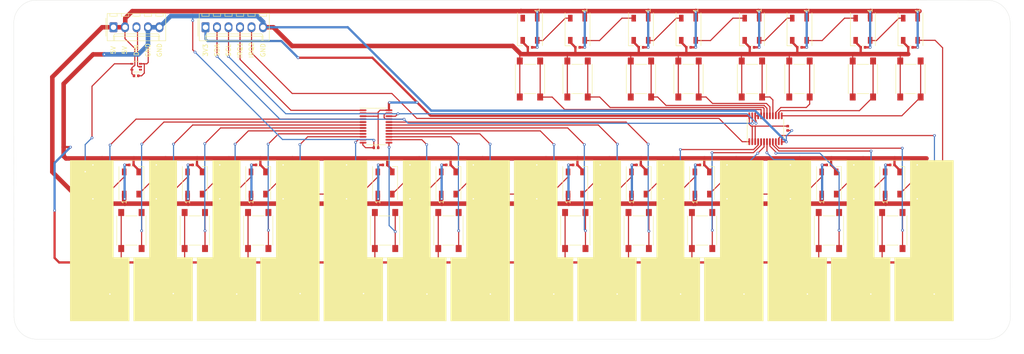
<source format=kicad_pcb>
(kicad_pcb (version 20201220) (generator pcbnew)
  (layers (0 "F.Cu" signal) (31 "B.Cu" signal) (34 "B.Paste" user) (35 "F.Paste" user) (36 "B.SilkS" user "B.Silkscreen") (37 "F.SilkS" user "F.Silkscreen") (38 "B.Mask" user) (39 "F.Mask" user) (44 "Edge.Cuts" user))
  (net 0 "")
  (net 1 "GND")
  (net 2 "+5V")
  (net 3 "+3V3")
  (net 4 "Net-(J1-Pad3)")
  (net 5 "/IRQ1")
  (net 6 "/IRQ2")
  (net 7 "/I2C_SCL")
  (net 8 "Net-(SW1-Pad2)")
  (net 9 "Net-(SW2-Pad2)")
  (net 10 "Net-(SW3-Pad2)")
  (net 11 "Net-(SW4-Pad2)")
  (net 12 "Net-(SW5-Pad2)")
  (net 13 "Net-(SW6-Pad2)")
  (net 14 "Net-(SW7-Pad2)")
  (net 15 "Net-(SW8-Pad2)")
  (net 16 "Net-(SW9-Pad2)")
  (net 17 "Net-(SW10-Pad2)")
  (net 18 "Net-(SW11-Pad2)")
  (net 19 "/keys/AUX1")
  (net 20 "/keys/AUX2")
  (net 21 "/keys/AUX3")
  (net 22 "/keys/AUX4")
  (net 23 "/keys/AUX5")
  (net 24 "/keys/AUX6")
  (net 25 "/keys/AUX7")
  (net 26 "/keys/AUX8")
  (net 27 "/LED_DIN")
  (net 28 "/keys/I2C_SDA_1")
  (net 29 "Net-(SW12-Pad2)")
  (net 30 "Net-(SW13-Pad2)")
  (net 31 "Net-(SW22-Pad2)")
  (net 32 "Net-(SW23-Pad2)")
  (net 33 "Net-(SW24-Pad2)")
  (net 34 "Net-(U26-Pad18)")
  (net 35 "Net-(U26-Pad19)")
  (net 36 "Net-(U26-Pad20)")
  (net 37 "Net-(SW17-Pad2)")
  (net 38 "Net-(SW18-Pad2)")
  (net 39 "Net-(SW19-Pad2)")
  (net 40 "Net-(SW20-Pad2)")
  (net 41 "Net-(SW21-Pad2)")
  (net 42 "/LED_DOUT_1")
  (net 43 "/LED_DOUT")
  (net 44 "Net-(U2-Pad2)")
  (net 45 "Net-(U3-Pad2)")
  (net 46 "Net-(U4-Pad2)")
  (net 47 "Net-(U5-Pad2)")
  (net 48 "Net-(U6-Pad2)")
  (net 49 "Net-(U7-Pad2)")
  (net 50 "Net-(U8-Pad2)")
  (net 51 "Net-(U10-Pad4)")
  (net 52 "Net-(U10-Pad2)")
  (net 53 "Net-(U11-Pad2)")
  (net 54 "Net-(U12-Pad2)")
  (net 55 "Net-(U13-Pad2)")
  (net 56 "Net-(U14-Pad2)")
  (net 57 "Net-(U15-Pad2)")
  (net 58 "Net-(U17-Pad4)")
  (net 59 "Net-(U17-Pad2)")
  (net 60 "Net-(U18-Pad2)")
  (net 61 "Net-(U19-Pad2)")
  (net 62 "Net-(U20-Pad2)")
  (net 63 "Net-(U22-Pad4)")
  (net 64 "Net-(U22-Pad2)")
  (net 65 "Net-(U23-Pad2)")
  (net 66 "Net-(U24-Pad2)")
  (net 67 "Net-(U28-Pad2)")
  (net 68 "Net-(U29-Pad2)")
  (net 69 "Net-(U30-Pad2)")
  (net 70 "Net-(U31-Pad2)")
  (net 71 "Net-(U32-Pad2)")
  (net 72 "Net-(U33-Pad2)")
  (net 73 "Net-(U34-Pad2)")
  (footprint "Connector_Molex:Molex_KK-254_AE-6410-06A_1x06_P2.54mm_Vertical" (layer "F.Cu") (at 87.32 36)
    (fp_text reference "J2" hide)
    (fp_text value "Conn_01x06")
  )
  (footprint "Capacitor_SMD:C_0402_1005Metric" (layer "F.Cu") (at 98.96 66.44 180)
    (fp_text reference "C7" hide)
    (fp_text value "C,100n,16V,0402,10%,X5R,85C")
  )
  (footprint "Capacitor_SMD:C_0402_1005Metric" (layer "F.Cu") (at 63.96 66.44 180)
    (fp_text reference "C2" hide)
    (fp_text value "C,100n,16V,0402,10%,X5R,85C")
  )
  (footprint "LED_SMD:LED_WS2812B_PLCC4_5.0x5.0mm_P3.2mm" (layer "F.Cu") (at 193.96 36.44 -90)
    (fp_text reference "U32" hide)
    (fp_text value "WS2812E_LED")
  )
  (footprint "Button_Switch_SMD:SW_SPST_PTS645" (layer "F.Cu") (at 91.96 94.94 90)
    (fp_text reference "SW5" hide)
    (fp_text value "NO_BUTTON_K2-1102SP-E4SC-04")
  )
  (footprint "Button_Switch_SMD:SW_SPST_PTS645" (layer "F.Cu") (at 218.46 47.44 90)
    (fp_text reference "SW27" hide)
    (fp_text value "NO_BUTTON_K2-1102SP-E4SC-04")
  )
  (footprint "LED_SMD:LED_WS2812B_PLCC4_5.0x5.0mm_P3.2mm" (layer "F.Cu") (at 245.96 70.44 90)
    (fp_text reference "U25" hide)
    (fp_text value "WS2812E_LED")
  )
  (footprint "Button_Switch_SMD:SW_SPST_PTS645" (layer "F.Cu") (at 63.96 94.94 90)
    (fp_text reference "SW1" hide)
    (fp_text value "NO_BUTTON_K2-1102SP-E4SC-04")
  )
  (footprint "Button_Switch_SMD:SW_SPST_PTS645" (layer "F.Cu") (at 224.96 80.94 90)
    (fp_text reference "SW21" hide)
    (fp_text value "NO_BUTTON_K2-1102SP-E4SC-04")
  )
  (footprint "Capacitor_SMD:C_0402_1005Metric" (layer "F.Cu") (at 232.46 40.44)
    (fp_text reference "C29" hide)
    (fp_text value "C,100n,16V,0402,10%,X5R,85C")
  )
  (footprint "LED_SMD:LED_WS2812B_PLCC4_5.0x5.0mm_P3.2mm" (layer "F.Cu") (at 189.96 70.44 90)
    (fp_text reference "U18" hide)
    (fp_text value "WS2812E_LED")
  )
  (footprint "LED_SMD:LED_WS2812B_PLCC4_5.0x5.0mm_P3.2mm" (layer "F.Cu") (at 105.96 70.44 90)
    (fp_text reference "U8" hide)
    (fp_text value "WS2812E_LED")
  )
  (footprint "Button_Switch_SMD:SW_SPST_PTS645" (layer "F.Cu") (at 189.96 94.94 90)
    (fp_text reference "SW17" hide)
    (fp_text value "NO_BUTTON_K2-1102SP-E4SC-04")
  )
  (footprint "Button_Switch_SMD:SW_SPST_PTS645" (layer "F.Cu") (at 105.96 94.94 90)
    (fp_text reference "SW7" hide)
    (fp_text value "NO_BUTTON_K2-1102SP-E4SC-04")
  )
  (footprint "Button_Switch_SMD:SW_SPST_PTS645" (layer "F.Cu") (at 245.96 94.94 90)
    (fp_text reference "SW24" hide)
    (fp_text value "NO_BUTTON_K2-1102SP-E4SC-04")
  )
  (footprint "Button_Switch_SMD:SW_SPST_PTS645" (layer "F.Cu") (at 203.96 94.94 90)
    (fp_text reference "SW19" hide)
    (fp_text value "NO_BUTTON_K2-1102SP-E4SC-04")
  )
  (footprint "Capacitor_SMD:C_0402_1005Metric" (layer "F.Cu") (at 242.96 40.44)
    (fp_text reference "C28" hide)
    (fp_text value "C,100n,16V,0402,10%,X5R,85C")
  )
  (footprint "Capacitor_SMD:C_0402_1005Metric" (layer "F.Cu") (at 126.96 66.44 180)
    (fp_text reference "C10" hide)
    (fp_text value "C,100n,16V,0402,10%,X5R,85C")
  )
  (footprint "Capacitor_SMD:C_0402_1005Metric" (layer "F.Cu") (at 161.96 66.44 180)
    (fp_text reference "C14" hide)
    (fp_text value "C,100n,16V,0402,10%,X5R,85C")
  )
  (footprint "Capacitor_SMD:C_0402_1005Metric" (layer "F.Cu") (at 224.96 66.44 180)
    (fp_text reference "C22" hide)
    (fp_text value "C,100n,16V,0402,10%,X5R,85C")
  )
  (footprint "Capacitor_SMD:C_0402_1005Metric" (layer "F.Cu") (at 196.96 66.44 180)
    (fp_text reference "C19" hide)
    (fp_text value "C,100n,16V,0402,10%,X5R,85C")
  )
  (footprint "Button_Switch_SMD:SW_SPST_PTS645" (layer "F.Cu") (at 193.96 47.44 90)
    (fp_text reference "SW29" hide)
    (fp_text value "NO_BUTTON_K2-1102SP-E4SC-04")
  )
  (footprint "LED_SMD:LED_WS2812B_PLCC4_5.0x5.0mm_P3.2mm" (layer "F.Cu") (at 224.96 70.44 90)
    (fp_text reference "U22" hide)
    (fp_text value "WS2812E_LED")
  )
  (footprint "LED_SMD:LED_WS2812B_PLCC4_5.0x5.0mm_P3.2mm" (layer "F.Cu") (at 77.96 70.44 90)
    (fp_text reference "U4" hide)
    (fp_text value "WS2812E_LED")
  )
  (footprint "Capacitor_SMD:C_0402_1005Metric" (layer "F.Cu") (at 77.96 66.44 180)
    (fp_text reference "C4" hide)
    (fp_text value "C,100n,16V,0402,10%,X5R,85C")
  )
  (footprint "LED_SMD:LED_WS2812B_PLCC4_5.0x5.0mm_P3.2mm" (layer "F.Cu") (at 147.96 70.44 90)
    (fp_text reference "U13" hide)
    (fp_text value "WS2812E_LED")
  )
  (footprint "Capacitor_SMD:C_0402_1005Metric" (layer "F.Cu") (at 218.46 40.44)
    (fp_text reference "C30" hide)
    (fp_text value "C,100n,16V,0402,10%,X5R,85C")
  )
  (footprint "Button_Switch_SMD:SW_SPST_PTS645" (layer "F.Cu") (at 126.96 80.94 90)
    (fp_text reference "SW9" hide)
    (fp_text value "NO_BUTTON_K2-1102SP-E4SC-04")
  )
  (footprint "Button_Switch_SMD:SW_SPST_PTS645" (layer "F.Cu") (at 238.96 80.94 90)
    (fp_text reference "SW23" hide)
    (fp_text value "NO_BUTTON_K2-1102SP-E4SC-04")
  )
  (footprint "LED_SMD:LED_WS2812B_PLCC4_5.0x5.0mm_P3.2mm" (layer "F.Cu") (at 169.46 36.44 -90)
    (fp_text reference "U34" hide)
    (fp_text value "WS2812E_LED")
  )
  (footprint "Button_Switch_SMD:SW_SPST_PTS645" (layer "F.Cu") (at 169.46 47.44 90)
    (fp_text reference "SW31" hide)
    (fp_text value "NO_BUTTON_K2-1102SP-E4SC-04")
  )
  (footprint "LED_SMD:LED_WS2812B_PLCC4_5.0x5.0mm_P3.2mm" (layer "F.Cu") (at 232.46 36.44 -90)
    (fp_text reference "U29" hide)
    (fp_text value "WS2812E_LED")
  )
  (footprint "Button_Switch_SMD:SW_SPST_PTS645" (layer "F.Cu") (at 207.96 47.44 90)
    (fp_text reference "SW28" hide)
    (fp_text value "NO_BUTTON_K2-1102SP-E4SC-04")
  )
  (footprint "Button_Switch_SMD:SW_SPST_PTS645" (layer "F.Cu") (at 196.96 80.94 90)
    (fp_text reference "SW18" hide)
    (fp_text value "NO_BUTTON_K2-1102SP-E4SC-04")
  )
  (footprint "jer_mounting_holes:MountingHole_3.4mm" (layer "F.Cu") (at 260 100)
    (fp_text reference "H1" hide)
    (fp_text value "MountingHole_3.4mm")
  )
  (footprint "LED_SMD:LED_WS2812B_PLCC4_5.0x5.0mm_P3.2mm" (layer "F.Cu") (at 203.96 70.44 90)
    (fp_text reference "U20" hide)
    (fp_text value "WS2812E_LED")
  )
  (footprint "LED_SMD:LED_WS2812B_PLCC4_5.0x5.0mm_P3.2mm" (layer "F.Cu") (at 133.96 70.44 90)
    (fp_text reference "U11" hide)
    (fp_text value "WS2812E_LED")
  )
  (footprint "LED_SMD:LED_WS2812B_PLCC4_5.0x5.0mm_P3.2mm" (layer "F.Cu") (at 218.46 36.44 -90)
    (fp_text reference "U30" hide)
    (fp_text value "WS2812E_LED")
  )
  (footprint "LED_SMD:LED_WS2812B_PLCC4_5.0x5.0mm_P3.2mm" (layer "F.Cu") (at 238.96 70.44 90)
    (fp_text reference "U24" hide)
    (fp_text value "WS2812E_LED")
  )
  (footprint "Button_Switch_SMD:SW_SPST_PTS645" (layer "F.Cu") (at 242.96 47.44 90)
    (fp_text reference "SW25" hide)
    (fp_text value "NO_BUTTON_K2-1102SP-E4SC-04")
  )
  (footprint "LED_SMD:LED_WS2812B_PLCC4_5.0x5.0mm_P3.2mm" (layer "F.Cu") (at 158.96 36.44 -90)
    (fp_text reference "U35" hide)
    (fp_text value "WS2812E_LED")
  )
  (footprint "Capacitor_SMD:C_0402_1005Metric" (layer "F.Cu") (at 105.96 66.44 180)
    (fp_text reference "C8" hide)
    (fp_text value "C,100n,16V,0402,10%,X5R,85C")
  )
  (footprint "Capacitor_SMD:C_0402_1005Metric" (layer "F.Cu") (at 147.96 66.44 180)
    (fp_text reference "C13" hide)
    (fp_text value "C,100n,16V,0402,10%,X5R,85C")
  )
  (footprint "jer_mounting_holes:MountingHole_3.4mm" (layer "F.Cu") (at 50 35)
    (fp_text reference "H3" hide)
    (fp_text value "MountingHole_3.4mm")
  )
  (footprint "Capacitor_SMD:C_0402_1005Metric" (layer "F.Cu") (at 124.96 62.64 180)
    (fp_text reference "C26" hide)
    (fp_text value "C,100n,16V,0402,10%,X5R,85C")
  )
  (footprint "LED_SMD:LED_WS2812B_PLCC4_5.0x5.0mm_P3.2mm" (layer "F.Cu") (at 161.96 70.44 90)
    (fp_text reference "U14" hide)
    (fp_text value "WS2812E_LED")
  )
  (footprint "Capacitor_SMD:C_0402_1005Metric" (layer "F.Cu") (at 238.96 66.44 180)
    (fp_text reference "C24" hide)
    (fp_text value "C,100n,16V,0402,10%,X5R,85C")
  )
  (footprint "Capacitor_SMD:C_0402_1005Metric" (layer "F.Cu") (at 207.96 40.44)
    (fp_text reference "C31" hide)
    (fp_text value "C,100n,16V,0402,10%,X5R,85C")
  )
  (footprint "Capacitor_SMD:C_0402_1005Metric" (layer "F.Cu") (at 158.96 40.44)
    (fp_text reference "C35" hide)
    (fp_text value "C,100n,16V,0402,10%,X5R,85C")
  )
  (footprint "Capacitor_SMD:C_0402_1005Metric" (layer "F.Cu") (at 168.96 66.44 180)
    (fp_text reference "C15" hide)
    (fp_text value "C,100n,16V,0402,10%,X5R,85C")
  )
  (footprint "LED_SMD:LED_WS2812B_PLCC4_5.0x5.0mm_P3.2mm" (layer "F.Cu") (at 63.96 70.44 90)
    (fp_text reference "U2" hide)
    (fp_text value "WS2812E_LED")
  )
  (footprint "LED_SMD:LED_WS2812B_PLCC4_5.0x5.0mm_P3.2mm" (layer "F.Cu") (at 140.96 70.44 90)
    (fp_text reference "U12" hide)
    (fp_text value "WS2812E_LED")
  )
  (footprint "Button_Switch_SMD:SW_SPST_PTS645" (layer "F.Cu") (at 175.96 94.94 90)
    (fp_text reference "SW15" hide)
    (fp_text value "NO_BUTTON_K2-1102SP-E4SC-04")
  )
  (footprint "LED_SMD:LED_WS2812B_PLCC4_5.0x5.0mm_P3.2mm" (layer "F.Cu") (at 196.96 70.44 90)
    (fp_text reference "U19" hide)
    (fp_text value "WS2812E_LED")
  )
  (footprint "Capacitor_SMD:C_0402_1005Metric" (layer "F.Cu") (at 203.96 66.44 180)
    (fp_text reference "C20" hide)
    (fp_text value "C,100n,16V,0402,10%,X5R,85C")
  )
  (footprint "LED_SMD:LED_WS2812B_PLCC4_5.0x5.0mm_P3.2mm" (layer "F.Cu") (at 242.96 36.44 -90)
    (fp_text reference "U28" hide)
    (fp_text value "WS2812E_LED")
  )
  (footprint "Button_Switch_SMD:SW_SPST_PTS645" (layer "F.Cu") (at 84.96 80.94 90)
    (fp_text reference "SW4" hide)
    (fp_text value "NO_BUTTON_K2-1102SP-E4SC-04")
  )
  (footprint "LED_SMD:LED_WS2812B_PLCC4_5.0x5.0mm_P3.2mm" (layer "F.Cu") (at 207.96 36.44 -90)
    (fp_text reference "U31" hide)
    (fp_text value "WS2812E_LED")
  )
  (footprint "Button_Switch_SMD:SW_SPST_PTS645" (layer "F.Cu") (at 77.96 94.94 90)
    (fp_text reference "SW3" hide)
    (fp_text value "NO_BUTTON_K2-1102SP-E4SC-04")
  )
  (footprint "Button_Switch_SMD:SW_SPST_PTS645" (layer "F.Cu") (at 119.96 94.94 90)
    (fp_text reference "SW8" hide)
    (fp_text value "NO_BUTTON_K2-1102SP-E4SC-04")
  )
  (footprint "Capacitor_SMD:C_0402_1005Metric" (layer "F.Cu") (at 175.96 66.44 180)
    (fp_text reference "C16" hide)
    (fp_text value "C,100n,16V,0402,10%,X5R,85C")
  )
  (footprint "LED_SMD:LED_WS2812B_PLCC4_5.0x5.0mm_P3.2mm" (layer "F.Cu") (at 70.96 70.44 90)
    (fp_text reference "U3" hide)
    (fp_text value "WS2812E_LED")
  )
  (footprint "LED_SMD:LED_WS2812B_PLCC4_5.0x5.0mm_P3.2mm" (layer "F.Cu") (at 182.96 70.44 90)
    (fp_text reference "U17" hide)
    (fp_text value "WS2812E_LED")
  )
  (footprint "jer_mounting_holes:MountingHole_3.4mm" (layer "F.Cu") (at 260 35)
    (fp_text reference "H4" hide)
    (fp_text value "MountingHole_3.4mm")
  )
  (footprint "LED_SMD:LED_WS2812B_PLCC4_5.0x5.0mm_P3.2mm" (layer "F.Cu") (at 217.96 70.44 90)
    (fp_text reference "U21" hide)
    (fp_text value "WS2812E_LED")
  )
  (footprint "Button_Switch_SMD:SW_SPST_PTS645" (layer "F.Cu") (at 183.46 47.44 90)
    (fp_text reference "SW30" hide)
    (fp_text value "NO_BUTTON_K2-1102SP-E4SC-04")
  )
  (footprint "LED_SMD:LED_WS2812B_PLCC4_5.0x5.0mm_P3.2mm" (layer "F.Cu") (at 231.96 70.44 90)
    (fp_text reference "U23" hide)
    (fp_text value "WS2812E_LED")
  )
  (footprint "Button_Switch_SMD:SW_SPST_PTS645" (layer "F.Cu") (at 168.96 80.94 90)
    (fp_text reference "SW14" hide)
    (fp_text value "NO_BUTTON_K2-1102SP-E4SC-04")
  )
  (footprint "Button_Switch_SMD:SW_SPST_PTS645" (layer "F.Cu") (at 217.96 94.94 90)
    (fp_text reference "SW20" hide)
    (fp_text value "NO_BUTTON_K2-1102SP-E4SC-04")
  )
  (footprint "Package_TO_SOT_SMD:SOT-353_SC-70-5" (layer "F.Cu") (at 72.01 44.73 180)
    (fp_text reference "U1" hide)
    (fp_text value "SN74LV1T34DCK")
  )
  (footprint "LED_SMD:LED_WS2812B_PLCC4_5.0x5.0mm_P3.2mm" (layer "F.Cu") (at 168.96 70.44 90)
    (fp_text reference "U15" hide)
    (fp_text value "WS2812E_LED")
  )
  (footprint "Capacitor_SMD:C_0402_1005Metric" (layer "F.Cu") (at 119.96 66.44 180)
    (fp_text reference "C9" hide)
    (fp_text value "C,100n,16V,0402,10%,X5R,85C")
  )
  (footprint "Capacitor_SMD:C_0402_1005Metric" (layer "F.Cu") (at 189.96 66.44 180)
    (fp_text reference "C18" hide)
    (fp_text value "C,100n,16V,0402,10%,X5R,85C")
  )
  (footprint "Capacitor_SMD:C_0402_1005Metric" (layer "F.Cu") (at 140.96 66.44 180)
    (fp_text reference "C12" hide)
    (fp_text value "C,100n,16V,0402,10%,X5R,85C")
  )
  (footprint "Package_SO:TSSOP-24_4.4x7.8mm_P0.65mm" (layer "F.Cu") (at 210.96 58.44 90)
    (fp_text reference "U27" hide)
    (fp_text value "XRA1201PIG24")
  )
  (footprint "Button_Switch_SMD:SW_SPST_PTS645" (layer "F.Cu") (at 133.96 94.94 90)
    (fp_text reference "SW10" hide)
    (fp_text value "NO_BUTTON_K2-1102SP-E4SC-04")
  )
  (footprint "LED_SMD:LED_WS2812B_PLCC4_5.0x5.0mm_P3.2mm" (layer "F.Cu") (at 98.96 70.44 90)
    (fp_text reference "U7" hide)
    (fp_text value "WS2812E_LED")
  )
  (footprint "LED_SMD:LED_WS2812B_PLCC4_5.0x5.0mm_P3.2mm" (layer "F.Cu") (at 91.96 70.44 90)
    (fp_text reference "U6" hide)
    (fp_text value "WS2812E_LED")
  )
  (footprint "Button_Switch_SMD:SW_SPST_PTS645" (layer "F.Cu") (at 231.96 94.94 90)
    (fp_text reference "SW22" hide)
    (fp_text value "NO_BUTTON_K2-1102SP-E4SC-04")
  )
  (footprint "Capacitor_SMD:C_0402_1005Metric" (layer "F.Cu") (at 72.01 46.73)
    (fp_text reference "C1" hide)
    (fp_text value "C,100n,16V,0402,10%,X5R,85C")
  )
  (footprint "Button_Switch_SMD:SW_SPST_PTS645" (layer "F.Cu") (at 147.96 94.94 90)
    (fp_text reference "SW12" hide)
    (fp_text value "NO_BUTTON_K2-1102SP-E4SC-04")
  )
  (footprint "Capacitor_SMD:C_0402_1005Metric" (layer "F.Cu") (at 133.96 66.44 180)
    (fp_text reference "C11" hide)
    (fp_text value "C,100n,16V,0402,10%,X5R,85C")
  )
  (footprint "Capacitor_SMD:C_0402_1005Metric" (layer "F.Cu") (at 193.96 40.44)
    (fp_text reference "C32" hide)
    (fp_text value "C,100n,16V,0402,10%,X5R,85C")
  )
  (footprint "Button_Switch_SMD:SW_SPST_PTS645" (layer "F.Cu") (at 98.96 80.94 90)
    (fp_text reference "SW6" hide)
    (fp_text value "NO_BUTTON_K2-1102SP-E4SC-04")
  )
  (footprint "Capacitor_SMD:C_0402_1005Metric" (layer "F.Cu") (at 70.96 66.44 180)
    (fp_text reference "C3" hide)
    (fp_text value "C,100n,16V,0402,10%,X5R,85C")
  )
  (footprint "LED_SMD:LED_WS2812B_PLCC4_5.0x5.0mm_P3.2mm" (layer "F.Cu") (at 119.96 70.44 90)
    (fp_text reference "U9" hide)
    (fp_text value "WS2812E_LED")
  )
  (footprint "Capacitor_SMD:C_0402_1005Metric" (layer "F.Cu") (at 215.86 58.34 -90)
    (fp_text reference "C27" hide)
    (fp_text value "C,100n,16V,0402,10%,X5R,85C")
  )
  (footprint "Package_SO:TSSOP-24_4.4x7.8mm_P0.65mm" (layer "F.Cu") (at 124.96 57.94)
    (fp_text reference "U26" hide)
    (fp_text value "XRA1201PIG24")
  )
  (footprint "Button_Switch_SMD:SW_SPST_PTS645" (layer "F.Cu") (at 70.96 80.94 90)
    (fp_text reference "SW2" hide)
    (fp_text value "NO_BUTTON_K2-1102SP-E4SC-04")
  )
  (footprint "Capacitor_SMD:C_0402_1005Metric" (layer "F.Cu") (at 231.96 66.44 180)
    (fp_text reference "C23" hide)
    (fp_text value "C,100n,16V,0402,10%,X5R,85C")
  )
  (footprint "Button_Switch_SMD:SW_SPST_PTS645" (layer "F.Cu") (at 158.96 47.44 90)
    (fp_text reference "SW32" hide)
    (fp_text value "NO_BUTTON_K2-1102SP-E4SC-04")
  )
  (footprint "Capacitor_SMD:C_0402_1005Metric" (layer "F.Cu") (at 182.96 66.44 180)
    (fp_text reference "C17" hide)
    (fp_text value "C,100n,16V,0402,10%,X5R,85C")
  )
  (footprint "Capacitor_SMD:C_0402_1005Metric" (layer "F.Cu") (at 169.46 40.44)
    (fp_text reference "C34" hide)
    (fp_text value "C,100n,16V,0402,10%,X5R,85C")
  )
  (footprint "LED_SMD:LED_WS2812B_PLCC4_5.0x5.0mm_P3.2mm" (layer "F.Cu") (at 183.46 36.44 -90)
    (fp_text reference "U33" hide)
    (fp_text value "WS2812E_LED")
  )
  (footprint "Capacitor_SMD:C_0402_1005Metric" (layer "F.Cu") (at 84.96 66.44 180)
    (fp_text reference "C5" hide)
    (fp_text value "C,100n,16V,0402,10%,X5R,85C")
  )
  (footprint "LED_SMD:LED_WS2812B_PLCC4_5.0x5.0mm_P3.2mm" (layer "F.Cu") (at 84.96 70.44 90)
    (fp_text reference "U5" hide)
    (fp_text value "WS2812E_LED")
  )
  (footprint "LED_SMD:LED_WS2812B_PLCC4_5.0x5.0mm_P3.2mm" (layer "F.Cu") (at 126.96 70.44 90)
    (fp_text reference "U10" hide)
    (fp_text value "WS2812E_LED")
  )
  (footprint "Capacitor_SMD:C_0402_1005Metric" (layer "F.Cu") (at 91.96 66.44 180)
    (fp_text reference "C6" hide)
    (fp_text value "C,100n,16V,0402,10%,X5R,85C")
  )
  (footprint "Connector_Molex:Molex_KK-254_AE-6410-05A_1x05_P2.54mm_Vertical" (layer "F.Cu") (at 67 36)
    (fp_text reference "J1" hide)
    (fp_text value "Conn_01x05")
  )
  (footprint "LED_SMD:LED_WS2812B_PLCC4_5.0x5.0mm_P3.2mm" (layer "F.Cu") (at 175.96 70.44 90)
    (fp_text reference "U16" hide)
    (fp_text value "WS2812E_LED")
  )
  (footprint "Capacitor_SMD:C_0402_1005Metric" (layer "F.Cu") (at 245.96 66.44 180)
    (fp_text reference "C25" hide)
    (fp_text value "C,100n,16V,0402,10%,X5R,85C")
  )
  (footprint "Capacitor_SMD:C_0402_1005Metric" (layer "F.Cu") (at 217.96 66.44 180)
    (fp_text reference "C21" hide)
    (fp_text value "C,100n,16V,0402,10%,X5R,85C")
  )
  (footprint "jer_mounting_holes:MountingHole_3.4mm" (layer "F.Cu") (at 50 100)
    (fp_text reference "H2" hide)
    (fp_text value "MountingHole_3.4mm")
  )
  (footprint "Capacitor_SMD:C_0402_1005Metric" (layer "F.Cu") (at 183.46 40.44)
    (fp_text reference "C33" hide)
    (fp_text value "C,100n,16V,0402,10%,X5R,85C")
  )
  (footprint "Button_Switch_SMD:SW_SPST_PTS645" (layer "F.Cu") (at 140.96 80.94 90)
    (fp_text reference "SW11" hide)
    (fp_text value "NO_BUTTON_K2-1102SP-E4SC-04")
  )
  (footprint "Button_Switch_SMD:SW_SPST_PTS645" (layer "F.Cu") (at 232.46 47.44 90)
    (fp_text reference "SW26" hide)
    (fp_text value "NO_BUTTON_K2-1102SP-E4SC-04")
  )
  (footprint "Button_Switch_SMD:SW_SPST_PTS645" (layer "F.Cu") (at 182.96 80.94 90)
    (fp_text reference "SW16" hide)
    (fp_text value "NO_BUTTON_K2-1102SP-E4SC-04")
  )
  (footprint "Button_Switch_SMD:SW_SPST_PTS645" (layer "F.Cu") (at 161.96 94.94 90)
    (fp_text reference "SW13" hide)
    (fp_text value "NO_BUTTON_K2-1102SP-E4SC-04")
  )
  (gr_poly (pts (xy 178.96 86.94) (xy 182.46 86.94) (xy 182.46 100.94) (xy 169.46 100.94) (xy 169.46 86.94) (xy 172.96 86.94) (xy 172.96 65.44) (xy 178.96 65.44)) (layer "F.SilkS") (width 0.1) (fill solid))
  (gr_poly (pts (xy 130.96 86.94) (xy 122.96 86.94) (xy 122.96 65.44) (xy 130.96 65.44)) (layer "F.SilkS") (width 0.1) (fill none))
  (gr_poly (pts (xy 252.46 100.94) (xy 239.46 100.94) (xy 239.46 86.94) (xy 242.96 86.94) (xy 242.96 65.44) (xy 252.46 65.44)) (layer "F.SilkS") (width 0.1) (fill solid))
  (gr_poly (pts (xy 210.46 100.94) (xy 197.46 100.94) (xy 197.46 86.94) (xy 200.96 86.94) (xy 200.96 65.44) (xy 210.46 65.44)) (layer "F.SilkS") (width 0.1) (fill solid))
  (gr_poly (pts (xy 172.96 86.94) (xy 164.96 86.94) (xy 164.96 65.44) (xy 172.96 65.44)) (layer "F.SilkS") (width 0.1) (fill none))
  (gr_poly (pts (xy 200.96 86.94) (xy 192.96 86.94) (xy 192.96 65.44) (xy 200.96 65.44)) (layer "F.SilkS") (width 0.1) (fill none))
  (gr_poly (pts (xy 234.96 86.94) (xy 238.46 86.94) (xy 238.46 100.94) (xy 225.46 100.94) (xy 225.46 86.94) (xy 228.96 86.94) (xy 228.96 65.44) (xy 234.96 65.44)) (layer "F.SilkS") (width 0.1) (fill solid))
  (gr_poly (pts (xy 102.96 86.94) (xy 94.96 86.94) (xy 94.96 65.44) (xy 102.96 65.44)) (layer "F.SilkS") (width 0.1) (fill none))
  (gr_poly (pts (xy 88.96 86.94) (xy 80.96 86.94) (xy 80.96 65.44) (xy 88.96 65.44)) (layer "F.SilkS") (width 0.1) (fill none))
  (gr_poly (pts (xy 136.96 86.94) (xy 140.46 86.94) (xy 140.46 100.94) (xy 127.46 100.94) (xy 127.46 86.94) (xy 130.96 86.94) (xy 130.96 65.44) (xy 136.96 65.44)) (layer "F.SilkS") (width 0.1) (fill solid))
  (gr_poly (pts (xy 144.96 86.94) (xy 136.96 86.94) (xy 136.96 65.44) (xy 144.96 65.44)) (layer "F.SilkS") (width 0.1) (fill none))
  (gr_poly (pts (xy 94.96 86.94) (xy 98.46 86.94) (xy 98.46 100.94) (xy 85.46 100.94) (xy 85.46 86.94) (xy 88.96 86.94) (xy 88.96 65.44) (xy 94.96 65.44)) (layer "F.SilkS") (width 0.1) (fill solid))
  (gr_poly (pts (xy 74.96 86.94) (xy 66.96 86.94) (xy 66.96 65.44) (xy 74.96 65.44)) (layer "F.SilkS") (width 0.1) (fill none))
  (gr_poly (pts (xy 192.96 86.94) (xy 196.46 86.94) (xy 196.46 100.94) (xy 183.46 100.94) (xy 183.46 86.94) (xy 186.96 86.94) (xy 186.96 65.44) (xy 192.96 65.44)) (layer "F.SilkS") (width 0.1) (fill solid))
  (gr_poly (pts (xy 228.96 86.94) (xy 220.96 86.94) (xy 220.96 65.44) (xy 228.96 65.44)) (layer "F.SilkS") (width 0.1) (fill none))
  (gr_poly (pts (xy 80.96 86.94) (xy 84.46 86.94) (xy 84.46 100.94) (xy 71.46 100.94) (xy 71.46 86.94) (xy 74.96 86.94) (xy 74.96 65.44) (xy 80.96 65.44)) (layer "F.SilkS") (width 0.1) (fill solid))
  (gr_poly (pts (xy 186.96 86.94) (xy 178.96 86.94) (xy 178.96 65.44) (xy 186.96 65.44)) (layer "F.SilkS") (width 0.1) (fill none))
  (gr_poly (pts (xy 220.96 86.94) (xy 224.46 86.94) (xy 224.46 100.94) (xy 211.46 100.94) (xy 211.46 65.44) (xy 220.96 65.44)) (layer "F.SilkS") (width 0.1) (fill solid))
  (gr_poly (pts (xy 122.96 86.94) (xy 126.46 86.94) (xy 126.46 100.94) (xy 113.46 100.94) (xy 113.46 65.44) (xy 122.96 65.44)) (layer "F.SilkS") (width 0.1) (fill solid))
  (gr_poly (pts (xy 66.96 86.94) (xy 70.46 86.94) (xy 70.46 100.94) (xy 57.46 100.94) (xy 57.46 65.44) (xy 66.96 65.44)) (layer "F.SilkS") (width 0.1) (fill solid))
  (gr_poly (pts (xy 164.96 86.94) (xy 168.46 86.94) (xy 168.46 100.94) (xy 155.46 100.94) (xy 155.46 65.44) (xy 164.96 65.44)) (layer "F.SilkS") (width 0.1) (fill solid))
  (gr_poly (pts (xy 154.46 100.94) (xy 141.46 100.94) (xy 141.46 86.94) (xy 144.96 86.94) (xy 144.96 65.44) (xy 154.46 65.44)) (layer "F.SilkS") (width 0.1) (fill solid))
  (gr_poly (pts (xy 242.96 86.94) (xy 234.96 86.94) (xy 234.96 65.44) (xy 242.96 65.44)) (layer "F.SilkS") (width 0.1) (fill none))
  (gr_poly (pts (xy 112.46 100.94) (xy 99.46 100.94) (xy 99.46 86.94) (xy 102.96 86.94) (xy 102.96 65.44) (xy 112.46 65.44)) (layer "F.SilkS") (width 0.1) (fill solid))
  (gr_line (start 45 35) (end 45.035534 99.964466) (layer "Edge.Cuts") (width 0.05))
  (gr_line (start 260.035534 104.964466) (end 50.035534 104.964466) (layer "Edge.Cuts") (width 0.05))
  (gr_arc (start 50 35) (end 45 35) (angle 90) (layer "Edge.Cuts") (width 0.05))
  (gr_line (start 50 30) (end 259.964466 30.035534) (layer "Edge.Cuts") (width 0.05))
  (gr_arc (start 259.964466 35.035534) (end 259.964466 30.035534) (angle 90) (layer "Edge.Cuts") (width 0.05))
  (gr_arc (start 50.035534 99.964466) (end 50.035534 104.964466) (angle 90) (layer "Edge.Cuts") (width 0.05))
  (gr_arc (start 260.035534 99.964466) (end 265.035534 99.964466) (angle 90) (layer "Edge.Cuts") (width 0.05))
  (gr_line (start 265.035534 99.964466) (end 264.964466 35.035534) (layer "Edge.Cuts") (width 0.05))
  (gr_text "SDA" (at 89.86 41.08 90) (layer "F.SilkS") (effects (font (size 1 1))))
  (gr_text "DIN" (at 72.08 41.08 90) (layer "F.SilkS") (effects (font (size 1 1))))
  (gr_text "GND" (at 74.62 41.08 90) (layer "F.SilkS") (effects (font (size 1 1))))
  (gr_text "5V" (at 69.466492 41.08 90) (layer "F.SilkS") (effects (font (size 1 1))))
  (gr_text "5V" (at 66.96 41.08 90) (layer "F.SilkS") (effects (font (size 1 1))))
  (gr_text "IRQ2" (at 97.48 41.08 90) (layer "F.SilkS") (effects (font (size 1 1))))
  (gr_text "SCL" (at 92.4 41.08 90) (layer "F.SilkS") (effects (font (size 1 1))))
  (gr_text "IRQ1" (at 94.94 41.08 90) (layer "F.SilkS") (effects (font (size 1 1))))
  (gr_text "GND" (at 77.16 41.08 90) (layer "F.SilkS") (effects (font (size 1 1))))
  (gr_text "3V3" (at 87.32 41.08 90) (layer "F.SilkS") (effects (font (size 1 1))))
  (gr_text "GND" (at 100.02 41.08 90) (layer "F.SilkS") (effects (font (size 1 1))))
  (segment (start 54 87) (end 54 76.5) (width 0.5) (layer "F.Cu") (net 1))
  (segment (start 241.36 38.89) (end 241.36 39.32) (width 0.5) (layer "F.Cu") (net 1))
  (segment (start 156.71 43.46) (end 156.71 51.42) (width 0.25) (layer "F.Cu") (net 1))
  (segment (start 191.71 42.11) (end 191.54 41.94) (width 0.25) (layer "F.Cu") (net 1))
  (segment (start 193.48 41.92) (end 193.46 41.94) (width 0.5) (layer "F.Cu") (net 1))
  (segment (start 191.71 43.46) (end 191.71 42.11) (width 0.25) (layer "F.Cu") (net 1))
  (segment (start 243.71 90.96) (end 243.71 88.71) (width 0.5) (layer "F.Cu") (net 1))
  (segment (start 177.56 67.99) (end 177.56 67.56) (width 0.5) (layer "F.Cu") (net 1))
  (segment (start 184.56 67.56) (end 183.44 66.44) (width 0.5) (layer "F.Cu") (net 1))
  (segment (start 222.71 87.99) (end 222.7 88) (width 0.25) (layer "F.Cu") (net 1))
  (segment (start 230.86 39.32) (end 231.98 40.44) (width 0.5) (layer "F.Cu") (net 1))
  (segment (start 225.5 65) (end 218.5 65) (width 1) (layer "F.Cu") (net 1))
  (segment (start 230.21 43.46) (end 230.21 42.29) (width 0.25) (layer "F.Cu") (net 1))
  (segment (start 205.71 43.46) (end 205.71 51.42) (width 0.25) (layer "F.Cu") (net 1))
  (segment (start 145.7 88) (end 138.7 88) (width 0.5) (layer "F.Cu") (net 1))
  (segment (start 191.54 41.94) (end 182.86 41.94) (width 1) (layer "F.Cu") (net 1))
  (segment (start 193.46 41.94) (end 191.54 41.94) (width 1) (layer "F.Cu") (net 1))
  (segment (start 89.8 88) (end 82.7 88) (width 0.5) (layer "F.Cu") (net 1))
  (segment (start 181.86 39.32) (end 182.98 40.44) (width 0.5) (layer "F.Cu") (net 1))
  (segment (start 232.5 65) (end 225.5 65) (width 1) (layer "F.Cu") (net 1))
  (segment (start 124.48 62.64) (end 124.48 61.02) (width 0.25) (layer "F.Cu") (net 1))
  (segment (start 246.44 66.44) (end 246.44 65.06) (width 0.5) (layer "F.Cu") (net 1))
  (segment (start 218.5 65) (end 204.5 65) (width 1) (layer "F.Cu") (net 1))
  (segment (start 103.71 88.09) (end 103.8 88) (width 0.25) (layer "F.Cu") (net 1))
  (segment (start 124.7 88) (end 117.8 88) (width 0.5) (layer "F.Cu") (net 1))
  (segment (start 166.71 87.89) (end 166.6 88) (width 0.25) (layer "F.Cu") (net 1))
  (segment (start 215.71 90.96) (end 215.71 98.92) (width 0.25) (layer "F.Cu") (net 1))
  (segment (start 158.48 41.76) (end 158.66 41.94) (width 0.5) (layer "F.Cu") (net 1))
  (segment (start 89.71 88.09) (end 89.8 88) (width 0.25) (layer "F.Cu") (net 1))
  (segment (start 243.71 90.96) (end 243.71 98.92) (width 0.25) (layer "F.Cu") (net 1))
  (segment (start 102.3 36) (end 100.02 36) (width 1) (layer "F.Cu") (net 1))
  (segment (start 68.71 84.92) (end 68.71 76.96) (width 0.25) (layer "F.Cu") (net 1))
  (segment (start 205.56 67.99) (end 205.56 67.56) (width 0.5) (layer "F.Cu") (net 1))
  (segment (start 194.71 87.99) (end 194.7 88) (width 0.25) (layer "F.Cu") (net 1))
  (segment (start 103.71 90.96) (end 103.71 98.92) (width 0.25) (layer "F.Cu") (net 1))
  (segment (start 92.44 65.06) (end 92.5 65) (width 0.5) (layer "F.Cu") (net 1))
  (segment (start 181.21 43.46) (end 181.21 41.99) (width 0.25) (layer "F.Cu") (net 1))
  (segment (start 191.56 67.56) (end 190.44 66.44) (width 0.5) (layer "F.Cu") (net 1))
  (segment (start 180.7 88) (end 173.8 88) (width 0.5) (layer "F.Cu") (net 1))
  (segment (start 127.5 65) (end 120.5 65) (width 1) (layer "F.Cu") (net 1))
  (segment (start 142.56 67.99) (end 142.56 67.56) (width 0.5) (layer "F.Cu") (net 1))
  (segment (start 163.56 67.56) (end 162.44 66.44) (width 0.5) (layer "F.Cu") (net 1))
  (segment (start 120.5 65) (end 106.5 65) (width 1) (layer "F.Cu") (net 1))
  (segment (start 207.48 41.82) (end 207.36 41.94) (width 0.5) (layer "F.Cu") (net 1))
  (segment (start 134.44 66.44) (end 134.44 65.06) (width 0.5) (layer "F.Cu") (net 1))
  (segment (start 64.44 65.06) (end 64.5 65) (width 0.5) (layer "F.Cu") (net 1))
  (segment (start 215.56 61.34) (end 214.5725 61.34) (width 0.25) (layer "F.Cu") (net 1))
  (segment (start 239.5 65) (end 232.5 65) (width 1) (layer "F.Cu") (net 1))
  (segment (start 240.71 43.46) (end 240.71 41.99) (width 0.25) (layer "F.Cu") (net 1))
  (segment (start 240.71 43.46) (end 240.71 51.42) (width 0.25) (layer "F.Cu") (net 1))
  (segment (start 89.71 90.96) (end 89.71 88.09) (width 0.25) (layer "F.Cu") (net 1))
  (segment (start 75.71 90.96) (end 75.71 98.92) (width 0.25) (layer "F.Cu") (net 1))
  (segment (start 170.56 67.56) (end 169.44 66.44) (width 0.5) (layer "F.Cu") (net 1))
  (segment (start 225.44 66.44) (end 225.44 65.06) (width 0.5) (layer "F.Cu") (net 1))
  (segment (start 216.36 41.94) (end 207.36 41.94) (width 1) (layer "F.Cu") (net 1))
  (segment (start 57.5 62.5) (end 56 62.5) (width 0.5) (layer "F.Cu") (net 1))
  (segment (start 131.71 90.96) (end 131.71 88.01) (width 0.25) (layer "F.Cu") (net 1))
  (segment (start 73.81 46.13) (end 73.81 44.08) (width 0.25) (layer "F.Cu") (net 1))
  (segment (start 149.56 67.56) (end 148.44 66.44) (width 0.5) (layer "F.Cu") (net 1))
  (segment (start 173.8 88) (end 166.6 88) (width 0.5) (layer "F.Cu") (net 1))
  (segment (start 181.16 41.94) (end 168.96 41.94) (width 1) (layer "F.Cu") (net 1))
  (segment (start 131.71 88.01) (end 131.7 88) (width 0.25) (layer "F.Cu") (net 1))
  (segment (start 155.16 40.14) (end 106.44 40.14) (width 1) (layer "F.Cu") (net 1))
  (segment (start 173.71 90.96) (end 173.71 88.09) (width 0.25) (layer "F.Cu") (net 1))
  (segment (start 243.71 88.71) (end 243 88) (width 0.5) (layer "F.Cu") (net 1))
  (segment (start 222.71 84.92) (end 222.71 87.99) (width 0.25) (layer "F.Cu") (net 1))
  (segment (start 68.71 87.99) (end 68.7 88) (width 0.25) (layer "F.Cu") (net 1))
  (segment (start 240.56 67.56) (end 239.44 66.44) (width 0.5) (layer "F.Cu") (net 1))
  (segment (start 86.56 67.56) (end 85.44 66.44) (width 0.5) (layer "F.Cu") (net 1))
  (segment (start 246.44 65.06) (end 246.5 65) (width 0.5) (layer "F.Cu") (net 1))
  (segment (start 169.44 65.06) (end 169.5 65) (width 0.5) (layer "F.Cu") (net 1))
  (segment (start 192.36 38.89) (end 192.36 39.32) (width 0.5) (layer "F.Cu") (net 1))
  (segment (start 231.98 40.44) (end 231.98 41.66) (width 0.5) (layer "F.Cu") (net 1))
  (segment (start 122.06 61.5525) (end 122.0975 61.515) (width 0.25) (layer "F.Cu") (net 1))
  (segment (start 148.44 66.44) (end 148.44 65.06) (width 0.5) (layer "F.Cu") (net 1))
  (segment (start 190.44 65.06) (end 190.5 65) (width 0.5) (layer "F.Cu") (net 1))
  (segment (start 170.56 67.99) (end 170.56 67.56) (width 0.5) (layer "F.Cu") (net 1))
  (segment (start 240.56 67.99) (end 240.56 67.56) (width 0.5) (layer "F.Cu") (net 1))
  (segment (start 138.71 76.96) (end 138.71 84.92) (width 0.25) (layer "F.Cu") (net 1))
  (segment (start 162.44 65.06) (end 162.5 65) (width 0.5) (layer "F.Cu") (net 1))
  (segment (start 233.56 67.99) (end 233.56 67.56) (width 0.5) (layer "F.Cu") (net 1))
  (segment (start 201.71 88.01) (end 201.7 88) (width 0.25) (layer "F.Cu") (net 1))
  (segment (start 103.8 88) (end 96.8 88) (width 0.5) (layer "F.Cu") (net 1))
  (segment (start 201.71 90.96) (end 201.71 88.01) (width 0.25) (layer "F.Cu") (net 1))
  (segment (start 181.21 41.99) (end 181.16 41.94) (width 0.25) (layer "F.Cu") (net 1))
  (segment (start 176.5 65) (end 169.5 65) (width 1) (layer "F.Cu") (net 1))
  (segment (start 167.21 43.46) (end 167.21 41.99) (width 0.25) (layer "F.Cu") (net 1))
  (segment (start 247.56 67.99) (end 247.56 67.56) (width 0.5) (layer "F.Cu") (net 1))
  (segment (start 138.7 88) (end 131.7 88) (width 0.5) (layer "F.Cu") (net 1))
  (segment (start 168.98 40.44) (end 168.98 41.92) (width 0.5) (layer "F.Cu") (net 1))
  (segment (start 191.71 51.42) (end 191.71 43.46) (width 0.25) (layer "F.Cu") (net 1))
  (segment (start 141.44 66.44) (end 141.44 65.06) (width 0.5) (layer "F.Cu") (net 1))
  (segment (start 85.44 66.44) (end 85.44 65.06) (width 0.5) (layer "F.Cu") (net 1))
  (segment (start 176.44 65.06) (end 176.5 65) (width 0.5) (layer "F.Cu") (net 1))
  (segment (start 145.71 88.01) (end 145.7 88) (width 0.25) (layer "F.Cu") (net 1))
  (segment (start 197.44 65.06) (end 197.5 65) (width 0.5) (layer "F.Cu") (net 1))
  (segment (start 226.56 67.56) (end 225.44 66.44) (width 0.5) (layer "F.Cu") (net 1))
  (segment (start 107.56 67.56) (end 106.44 66.44) (width 0.5) (layer "F.Cu") (net 1))
  (segment (start 121.56 67.99) (end 121.56 67.56) (width 0.5) (layer "F.Cu") (net 1))
  (segment (start 229.7 88) (end 222.7 88) (width 0.5) (layer "F.Cu") (net 1))
  (segment (start 159.71 90.96) (end 159.71 98.92) (width 0.25) (layer "F.Cu") (net 1))
  (segment (start 124.48 61.02) (end 124.5 61) (width 0.25) (layer "F.Cu") (net 1))
  (segment (start 216.21 43.46) (end 216.21 51.42) (width 0.25) (layer "F.Cu") (net 1))
  (segment (start 148.5 65) (end 141.5 65) (width 1) (layer "F.Cu") (net 1))
  (segment (start 183.5 65) (end 176.5 65) (width 1) (layer "F.Cu") (net 1))
  (segment (start 181.86 38.89) (end 181.86 39.32) (width 0.5) (layer "F.Cu") (net 1))
  (segment (start 96.8 88) (end 89.8 88) (width 0.5) (layer "F.Cu") (net 1))
  (segment (start 169.5 65) (end 162.5 65) (width 1) (layer "F.Cu") (net 1))
  (segment (start 194.71 76.96) (end 194.71 84.92) (width 0.25) (layer "F.Cu") (net 1))
  (segment (start 233.56 67.56) (end 232.44 66.44) (width 0.5) (layer "F.Cu") (net 1))
  (segment (start 193.48 40.44) (end 193.48 41.92) (width 0.5) (layer "F.Cu") (net 1))
  (segment (start 232.44 65.06) (end 232.5 65) (width 0.5) (layer "F.Cu") (net 1))
  (segment (start 187.7 88) (end 180.7 88) (width 0.5) (layer "F.Cu") (net 1))
  (segment (start 242.46 41.94) (end 240.76 41.94) (width 1) (layer "F.Cu") (net 1))
  (segment (start 84.5 41) (end 84.5 34.5) (width 0.25) (layer "F.Cu") (net 1))
  (segment (start 106.5 65) (end 99.5 65) (width 1) (layer "F.Cu") (net 1))
  (segment (start 93.56 67.99) (end 93.56 67.56) (width 0.5) (layer "F.Cu") (net 1))
  (segment (start 106.44 65.06) (end 106.5 65) (width 0.5) (layer "F.Cu") (net 1))
  (segment (start 167.16 41.94) (end 158.66 41.94) (width 1) (layer "F.Cu") (net 1))
  (segment (start 204.44 66.44) (end 204.44 65.06) (width 0.5) (layer "F.Cu") (net 1))
  (segment (start 74.67 36.05) (end 74.62 36) (width 0.25) (layer "F.Cu") (net 1))
  (segment (start 183.44 66.44) (end 183.44 65.06) (width 0.5) (layer "F.Cu") (net 1))
  (segment (start 78.5 65) (end 71.5 65) (width 1) (layer "F.Cu") (net 1))
  (segment (start 61.71 90.96) (end 61.71 98.92) (width 0.25) (layer "F.Cu") (net 1))
  (segment (start 124.71 84.92) (end 124.71 87.99) (width 0.25) (layer "F.Cu") (net 1))
  (segment (start 201.7 88) (end 194.7 88) (width 0.5) (layer "F.Cu") (net 1))
  (segment (start 206.36 38.89) (end 206.36 39.32) (width 0.5) (layer "F.Cu") (net 1))
  (segment (start 226.56 67.99) (end 226.56 67.56) (width 0.5) (layer "F.Cu") (net 1))
  (segment (start 194.71 84.92) (end 194.71 87.99) (width 0.25) (layer "F.Cu") (net 1))
  (segment (start 71.44 66.44) (end 71.44 65.06) (width 0.5) (layer "F.Cu") (net 1))
  (segment (start 85 41.5) (end 84.5 41) (width 0.25) (layer "F.Cu") (net 1))
  (segment (start 138.71 84.92) (end 138.71 87.99) (width 0.25) (layer "F.Cu") (net 1))
  (segment (start 242.48 40.44) (end 242.48 41.92) (width 0.5) (layer "F.Cu") (net 1))
  (segment (start 62 88) (end 55 88) (width 0.5) (layer "F.Cu") (net 1))
  (segment (start 222.71 76.96) (end 222.71 84.92) (width 0.25) (layer "F.Cu") (net 1))
  (segment (start 206.36 39.32) (end 207.48 40.44) (width 0.5) (layer "F.Cu") (net 1))
  (segment (start 56 62.5) (end 56 48.5) (width 1) (layer "F.Cu") (net 1))
  (segment (start 85.5 65) (end 78.5 65) (width 1) (layer "F.Cu") (net 1))
  (segment (start 157.36 39.32) (end 158.48 40.44) (width 0.5) (layer "F.Cu") (net 1))
  (segment (start 236.8 88) (end 229.7 88) (width 0.5) (layer "F.Cu") (net 1))
  (segment (start 240.76 41.94) (end 232.26 41.94) (width 1) (layer "F.Cu") (net 1))
  (segment (start 55 88) (end 54 87) (width 0.5) (layer "F.Cu") (net 1))
  (segment (start 158.48 40.44) (end 158.48 41.76) (width 0.5) (layer "F.Cu") (net 1))
  (segment (start 201.71 90.96) (end 201.71 98.92) (width 0.25) (layer "F.Cu") (net 1))
  (segment (start 82.71 87.99) (end 82.7 88) (width 0.25) (layer "F.Cu") (net 1))
  (segment (start 182.98 40.44) (end 182.98 41.82) (width 0.5) (layer "F.Cu") (net 1))
  (segment (start 124.48 62.64) (end 122.66 62.64) (width 0.25) (layer "F.Cu") (net 1))
  (segment (start 138.71 87.99) (end 138.7 88) (width 0.25) (layer "F.Cu") (net 1))
  (segment (start 247.56 67.56) (end 246.44 66.44) (width 0.5) (layer "F.Cu") (net 1))
  (segment (start 106.44 40.14) (end 102.3 36) (width 1) (layer "F.Cu") (net 1))
  (segment (start 56.5 65) (end 56 64.5) (width 1) (layer "F.Cu") (net 1))
  (segment (start 71.44 65.06) (end 71.5 65) (width 0.5) (layer "F.Cu") (net 1))
  (segment (start 75.71 88.01) (end 75.7 88) (width 0.25) (layer "F.Cu") (net 1))
  (segment (start 142.56 67.56) (end 141.44 66.44) (width 0.5) (layer "F.Cu") (net 1))
  (segment (start 236.71 76.96) (end 236.71 84.92) (width 0.25) (layer "F.Cu") (net 1))
  (segment (start 117.8 88) (end 103.8 88) (width 0.5) (layer "F.Cu") (net 1))
  (segment (start 216.21 42.09) (end 216.36 41.94) (width 0.25) (layer "F.Cu") (net 1))
  (segment (start 176.44 66.44) (end 176.44 65.06) (width 0.5) (layer "F.Cu") (net 1))
  (segment (start 75.71 90.96) (end 75.71 88.01) (width 0.25) (layer "F.Cu") (net 1))
  (segment (start 183.44 65.06) (end 183.5 65) (width 0.5) (layer "F.Cu") (net 1))
  (segment (start 173.71 88.09) (end 173.8 88) (width 0.25) (layer "F.Cu") (net 1))
  (segment (start 100.56 67.56) (end 99.44 66.44) (width 0.5) (layer "F.Cu") (net 1))
  (segment (start 230.21 43.46) (end 230.21 51.42) (width 0.25) (layer "F.Cu") (net 1))
  (segment (start 243 88) (end 236.8 88) (width 0.5) (layer "F.Cu") (net 1))
  (segment (start 96.71 76.96) (end 96.71 84.92) (width 0.25) (layer "F.Cu") (net 1))
  (segment (start 204.5 65) (end 197.5 65) (width 1) (layer "F.Cu") (net 1))
  (segment (start 191.56 67.99) (end 191.56 67.56) (width 0.5) (layer "F.Cu") (net 1))
  (segment (start 134.5 65) (end 127.5 65) (width 1) (layer "F.Cu") (net 1))
  (segment (start 204.44 65.06) (end 204.5 65) (width 0.5) (layer "F.Cu") (net 1))
  (segment (start 78.44 65.06) (end 78.5 65) (width 0.5) (layer "F.Cu") (net 1))
  (segment (start 216.74 58.82) (end 216.76 58.84) (width 0.25) (layer "F.Cu") (net 1))
  (segment (start 96.71 84.92) (end 96.71 87.91) (width 0.25) (layer "F.Cu") (net 1))
  (segment (start 141.5 65) (end 134.5 65) (width 1) (layer "F.Cu") (net 1))
  (segment (start 242.48 41.92) (end 242.46 41.94) (width 0.5) (layer "F.Cu") (net 1))
  (segment (start 141.44 65.06) (end 141.5 65) (width 0.5) (layer "F.Cu") (net 1))
  (segment (start 229.71 90.96) (end 229.71 88.01) (width 0.25) (layer "F.Cu") (net 1))
  (segment (start 167.21 41.99) (end 167.16 41.94) (width 0.25) (layer "F.Cu") (net 1))
  (segment (start 232.44 66.44) (end 232.44 65.06) (width 0.5) (layer "F.Cu") (net 1))
  (segment (start 173.71 90.96) (end 173.71 98.92) (width 0.25) (layer "F.Cu") (net 1))
  (segment (start 79.56 67.99) (end 79.56 67.56) (width 0.5) (layer "F.Cu") (net 1))
  (segment (start 187.71 90.96) (end 187.71 88.01) (width 0.25) (layer "F.Cu") (net 1))
  (segment (start 198.56 67.99) (end 198.56 67.56) (width 0.5) (layer "F.Cu") (net 1))
  (segment (start 64.44 66.44) (end 64.44 65.06) (width 0.5) (layer "F.Cu") (net 1))
  (segment (start 65.56 67.56) (end 64.44 66.44) (width 0.5) (layer "F.Cu") (net 1))
  (segment (start 167.86 38.89) (end 167.86 39.32) (width 0.5) (layer "F.Cu") (net 1))
  (segment (start 82.71 76.96) (end 82.71 84.92) (width 0.25) (layer "F.Cu") (net 1))
  (segment (start 190.44 66.44) (end 190.44 65.06) (width 0.5) (layer "F.Cu") (net 1))
  (segment (start 62.5 42) (end 65 42) (width 1) (layer "F.Cu") (net 1))
  (segment (start 216.86 39.32) (end 217.98 40.44) (width 0.5) (layer "F.Cu") (net 1))
  (segment (start 89.71 90.96) (end 89.71 98.92) (width 0.25) (layer "F.Cu") (net 1))
  (segment (start 117.71 90.96) (end 117.71 98.92) (width 0.25) (layer "F.Cu") (net 1))
  (segment (start 159.8 88) (end 145.7 88) (width 0.5) (layer "F.Cu") (net 1))
  (segment (start 135.56 67.99) (end 135.56 67.56) (width 0.5) (layer "F.Cu") (net 1))
  (segment (start 162.44 66.44) (end 162.44 65.06) (width 0.5) (layer "F.Cu") (net 1))
  (segment (start 122.66 62.64) (end 122.06 62.04) (width 0.25) (layer "F.Cu") (net 1))
  (segment (start 100.56 67.99) (end 100.56 67.56) (width 0.5) (layer "F.Cu") (net 1))
  (segment (start 180.71 84.92) (end 180.71 87.99) (width 0.25) (layer "F.Cu") (net 1))
  (segment (start 128.56 67.99) (end 128.56 67.56) (width 0.5) (layer "F.Cu") (net 1))
  (segment (start 71.5 65) (end 64.5 65) (width 1) (layer "F.Cu") (net 1))
  (segment (start 131.71 90.96) (end 131.71 98.92) (width 0.25) (layer "F.Cu") (net 1))
  (segment (start 166.71 76.96) (end 166.71 84.92) (width 0.25) (layer "F.Cu") (net 1))
  (segment (start 177.56 67.56) (end 176.44 66.44) (width 0.5) (layer "F.Cu") (net 1))
  (segment (start 182.86 41.94) (end 181.16 41.94) (width 1) (layer "F.Cu") (net 1))
  (segment (start 241.36 39.32) (end 242.48 40.44) (width 0.5) (layer "F.Cu") (net 1))
  (segment (start 225.44 65.06) (end 225.5 65) (width 0.5) (layer "F.Cu") (net 1))
  (segment (start 230.56 41.94) (end 218.06 41.94) (width 1) (layer "F.Cu") (net 1))
  (segment (start 78.44 66.44) (end 78.44 65.06) (width 0.5) (layer "F.Cu") (net 1))
  (segment (start 74.36 44.08) (end 74.67 43.77) (width 0.25) (layer "F.Cu") (net 1))
  (segment (start 214.5725 61.34) (end 214.535 61.3025) (width 0.25) (layer "F.Cu") (net 1))
  (segment (start 192.36 39.32) (end 193.48 40.44) (width 0.5) (layer "F.Cu") (net 1))
  (segment (start 117.71 90.96) (end 117.71 88.09) (width 0.25) (layer "F.Cu") (net 1))
  (segment (start 207.48 40.44) (end 207.48 41.82) (width 0.5) (layer "F.Cu") (net 1))
  (segment (start 106.44 66.44) (end 106.44 65.06) (width 0.5) (layer "F.Cu") (net 1))
  (segment (start 217.98 40.44) (end 217.98 41.86) (width 0.5) (layer "F.Cu") (net 1))
  (segment (start 121.56 67.56) (end 120.44 66.44) (width 0.5) (layer "F.Cu") (net 1))
  (segment (start 194.7 88) (end 187.7 88) (width 0.5) (layer "F.Cu") (net 1))
  (segment (start 128.56 67.56) (end 127.44 66.44) (width 0.5) (layer "F.Cu") (net 1))
  (segment (start 240.71 41.99) (end 240.76 41.94) (width 0.25) (layer "F.Cu") (net 1))
  (segment (start 65.56 67.99) (end 65.56 67.56) (width 0.5) (layer "F.Cu") (net 1))
  (segment (start 158.66 41.94) (end 156.96 41.94) (width 1) (layer "F.Cu") (net 1))
  (segment (start 74.67 43.77) (end 74.67 36.05) (width 0.25) (layer "F.Cu") (net 1))
  (segment (start 82.7 88) (end 75.7 88) (width 0.5) (layer "F.Cu") (net 1))
  (segment (start 156.96 41.94) (end 155.16 40.14) (width 1) (layer "F.Cu") (net 1))
  (segment (start 135.56 67.56) (end 134.44 66.44) (width 0.5) (layer "F.Cu") (net 1))
  (segment (start 198.56 67.56) (end 197.44 66.44) (width 0.5) (layer "F.Cu") (net 1))
  (segment (start 72.56 67.56) (end 71.44 66.44) (width 0.5) (layer "F.Cu") (net 1))
  (segment (start 230.86 38.89) (end 230.86 39.32) (width 0.5) (layer "F.Cu") (net 1))
  (segment (start 131.7 88) (end 124.7 88) (width 0.5) (layer "F.Cu") (net 1))
  (segment (start 169.44 66.44) (end 169.44 65.06) (width 0.5) (layer "F.Cu") (net 1))
  (segment (start 127.44 65.06) (end 127.5 65) (width 0.5) (layer "F.Cu") (net 1))
  (segment (start 229.71 90.96) (end 229.71 98.92) (width 0.25) (layer "F.Cu") (net 1))
  (segment (start 215.7 88) (end 201.7 88) (width 0.5) (layer "F.Cu") (net 1))
  (segment (start 86.56 67.99) (end 86.56 67.56) (width 0.5) (layer "F.Cu") (net 1))
  (segment (start 166.71 84.92) (end 166.71 87.89) (width 0.25) (layer "F.Cu") (net 1))
  (segment (start 79.56 67.56) (end 78.44 66.44) (width 0.5) (layer "F.Cu") (net 1))
  (segment (start 99.44 66.44) (end 99.44 65.06) (width 0.5) (layer "F.Cu") (net 1))
  (segment (start 159.71 88.09) (end 159.8 88) (width 0.25) (layer "F.Cu") (net 1))
  (segment (start 56 48.5) (end 62.5 42) (width 1) (layer "F.Cu") (net 1))
  (segment (start 156.71 43.46) (end 156.71 42.19) (width 0.25) (layer "F.Cu") (net 1))
  (segment (start 187.71 90.96) (end 187.71 98.92) (width 0.25) (layer "F.Cu") (net 1))
  (segment (start 122.06 62.04) (end 122.06 61.5525) (width 0.25) (layer "F.Cu") (net 1))
  (segment (start 148.44 65.06) (end 148.5 65) (width 0.5) (layer "F.Cu") (net 1))
  (segment (start 75.7 88) (end 68.7 88) (width 0.5) (layer "F.Cu") (net 1))
  (segment (start 168.96 41.94) (end 167.16 41.94) (width 1) (layer "F.Cu") (net 1))
  (segment (start 205.64 41.94) (end 193.46 41.94) (width 1) (layer "F.Cu") (net 1))
  (segment (start 159.71 90.96) (end 159.71 88.09) (width 0.25) (layer "F.Cu") (net 1))
  (segment (start 92.44 66.44) (end 92.44 65.06) (width 0.5) (layer "F.Cu") (net 1))
  (segment (start 68.7 88) (end 62 88) (width 0.5) (layer "F.Cu") (net 1))
  (segment (start 239.44 66.44) (end 239.44 65.06) (width 0.5) (layer "F.Cu") (net 1))
  (segment (start 162.5 65) (end 148.5 65) (width 1) (layer "F.Cu") (net 1))
  (segment (start 156.71 42.19) (end 156.96 41.94) (width 0.25) (layer "F.Cu") (net 1))
  (segment (start 218.06 41.94) (end 216.36 41.94) (width 1) (layer "F.Cu") (net 1))
  (segment (start 205.71 43.46) (end 205.64 43.39) (width 0.25) (layer "F.Cu") (net 1))
  (segment (start 236.71 87.91) (end 236.8 88) (width 0.25) (layer "F.Cu") (net 1))
  (segment (start 219.56 67.99) (end 219.56 67.56) (width 0.5) (layer "F.Cu") (net 1))
  (segment (start 218.44 65.06) (end 218.5 65) (width 0.5) (layer "F.Cu") (net 1))
  (segment (start 73.81 44.08) (end 73.56 44.08) (width 0.25) (layer "F.Cu") (net 1))
  (segment (start 205.56 67.56) (end 204.44 66.44) (width 0.5) (layer "F.Cu") (net 1))
  (segment (start 207.36 41.94) (end 205.64 41.94) (width 1) (layer "F.Cu") (net 1))
  (segment (start 61.5 88) (end 62 88) (width 0.25) (layer "F.Cu") (net 1))
  (segment (start 145.71 90.96) (end 145.71 88.01) (width 0.25) (layer "F.Cu") (net 1))
  (segment (start 145.71 90.96) (end 145.71 98.92) (width 0.25) (layer "F.Cu") (net 1))
  (segment (start 190.5 65) (end 183.5 65) (width 1) (layer "F.Cu") (net 1))
  (segment (start 222.7 88) (end 215.7 88) (width 0.5) (layer "F.Cu") (net 1))
  (segment (start 103.71 90.96) (end 103.71 88.09) (width 0.25) (layer "F.Cu") (net 1))
  (segment (start 215.71 90.96) (end 215.71 88.01) (width 0.25) (layer "F.Cu") (net 1))
  (segment (start 73.56 44.08) (end 74.36 44.08) (width 0.25) (layer "F.Cu") (net 1))
  (segment (start 120.44 65.06) (end 120.5 65) (width 0.5) (layer "F.Cu") (net 1))
  (segment (start 93.56 67.56) (end 92.44 66.44) (width 0.5) (layer "F.Cu") (net 1))
  (segment (start 117.71 88.09) (end 117.8 88) (width 0.25) (layer "F.Cu") (net 1))
  (segment (start 157.36 38.89) (end 157.36 39.32) (width 0.5) (layer "F.Cu") (net 1))
  (segment (start 61.71 90.96) (end 61.71 88.21) (width 0.25) (layer "F.Cu") (net 1))
  (segment (start 246.5 65) (end 239.5 65) (width 1) (layer "F.Cu") (net 1))
  (segment (start 232.26 41.94) (end 230.56 41.94) (width 1) (layer "F.Cu") (net 1))
  (segment (start 239.44 65.06) (end 239.5 65) (width 0.5) (layer "F.Cu") (net 1))
  (segment (start 205.64 43.39) (end 205.64 41.94) (width 0.25) (layer "F.Cu") (net 1))
  (segment (start 72.49 46.73) (end 73.21 46.73) (width 0.25) (layer "F.Cu") (net 1))
  (segment (start 215.86 58.82) (end 216.74 58.82) (width 0.25) (layer "F.Cu") (net 1))
  (segment (start 56 64.5) (end 56 62.5) (width 1) (layer "F.Cu") (net 1))
  (segment (start 166.6 88) (end 159.8 88) (width 0.5) (layer "F.Cu") (net 1))
  (segment (start 197.5 65) (end 190.5 65) (width 1) (layer "F.Cu") (net 1))
  (segment (start 168.98 41.92) (end 168.96 41.94) (width 0.5) (layer "F.Cu") (net 1))
  (segment (start 96.71 87.91) (end 96.8 88) (width 0.25) (layer "F.Cu") (net 1))
  (segment (start 163.56 67.99) (end 163.56 67.56) (width 0.5) (layer "F.Cu") (net 1))
  (segment (start 231.98 41.66) (end 232.26 41.94) (width 0.5) (layer "F.Cu") (net 1))
  (segment (start 92.5 65) (end 85.5 65) (width 1) (layer "F.Cu") (net 1))
  (segment (start 236.71 84.92) (end 236.71 87.91) (width 0.25) (layer "F.Cu") (net 1))
  (segment (start 229.71 88.01) (end 229.7 88) (width 0.25) (layer "F.Cu") (net 1))
  (segment (start 182.98 41.82) (end 182.86 41.94) (width 0.5) (layer "F.Cu") (net 1))
  (segment (start 180.71 87.99) (end 180.7 88) (width 0.25) (layer "F.Cu") (net 1))
  (segment (start 107.56 67.99) (end 107.56 67.56) (width 0.5) (layer "F.Cu") (net 1))
  (segment (start 73.21 46.73) (end 73.81 46.13) (width 0.25) (layer "F.Cu") (net 1))
  (segment (start 124.71 87.99) (end 124.7 88) (width 0.25) (layer "F.Cu") (net 1))
  (segment (start 184.56 67.99) (end 184.56 67.56) (width 0.5) (layer "F.Cu") (net 1))
  (segment (start 85.44 65.06) (end 85.5 65) (width 0.5) (layer "F.Cu") (net 1))
  (segment (start 180.71 76.96) (end 180.71 84.92) (width 0.25) (layer "F.Cu") (net 1))
  (segment (start 167.86 39.32) (end 168.98 40.44) (width 0.5) (layer "F.Cu") (net 1))
  (segment (start 120.44 66.44) (end 120.44 65.06) (width 0.5) (layer "F.Cu") (net 1))
  (segment (start 219.56 67.56) (end 218.44 66.44) (width 0.5) (layer "F.Cu") (net 1))
  (segment (start 181.21 51.42) (end 181.21 43.46) (width 0.25) (layer "F.Cu") (net 1))
  (segment (start 72.56 67.99) (end 72.56 67.56) (width 0.5) (layer "F.Cu") (net 1))
  (segment (start 61.71 88.21) (end 61.5 88) (width 0.25) (layer "F.Cu") (net 1))
  (segment (start 197.44 66.44) (end 197.44 65.06) (width 0.5) (layer "F.Cu") (net 1))
  (segment (start 127.44 66.44) (end 127.44 65.06) (width 0.5) (layer "F.Cu") (net 1))
  (segment (start 216.86 38.89) (end 216.86 39.32) (width 0.5) (layer "F.Cu") (net 1))
  (segment (start 68.71 84.92) (end 68.71 87.99) (width 0.25) (layer "F.Cu") (net 1))
  (segment (start 99.44 65.06) (end 99.5 65) (width 0.5) (layer "F.Cu") (net 1))
  (segment (start 82.71 84.92) (end 82.71 87.99) (width 0.25) (layer "F.Cu") (net 1))
  (segment (start 215.71 88.01) (end 215.7 88) (width 0.25) (layer "F.Cu") (net 1))
  (segment (start 167.21 51.42) (end 167.21 43.46) (width 0.25) (layer "F.Cu") (net 1))
  (segment (start 72.96 44.08) (end 73.56 44.08) (width 0.25) (layer "F.Cu") (net 1))
  (segment (start 134.44 65.06) (end 134.5 65) (width 0.5) (layer "F.Cu") (net 1))
  (segment (start 99.5 65) (end 92.5 65) (width 1) (layer "F.Cu") (net 1))
  (segment (start 124.71 76.96) (end 124.71 84.92) (width 0.25) (layer "F.Cu") (net 1))
  (segment (start 187.71 88.01) (end 187.7 88) (width 0.25) (layer "F.Cu") (net 1))
  (segment (start 64.5 65) (end 56.5 65) (width 1) (layer "F.Cu") (net 1))
  (segment (start 230.21 42.29) (end 230.56 41.94) (width 0.25) (layer "F.Cu") (net 1))
  (segment (start 216.21 43.46) (end 216.21 42.09) (width 0.25) (layer "F.Cu") (net 1))
  (segment (start 217.98 41.86) (end 218.06 41.94) (width 0.5) (layer "F.Cu") (net 1))
  (segment (start 218.44 66.44) (end 218.44 65.06) (width 0.5) (layer "F.Cu") (net 1))
  (segment (start 149.56 67.99) (end 149.56 67.56) (width 0.5) (layer "F.Cu") (net 1))
  (via (at 85 41.5) (size 0.6) (drill 0.3) (layers "F.Cu" "B.Cu") (net 1))
  (via (at 65 42) (size 0.6) (drill 0.3) (layers "F.Cu" "B.Cu") (net 1))
  (via (at 54 76.5) (size 0.6) (drill 0.3) (layers "F.Cu" "B.Cu") (net 1))
  (via (at 216.76 58.84) (size 0.6) (drill 0.3) (layers "F.Cu" "B.Cu") (net 1))
  (via (at 84.5 34.5) (size 0.6) (drill 0.3) (layers "F.Cu" "B.Cu") (net 1))
  (via (at 215.56 61.34) (size 0.6) (drill 0.3) (layers "F.Cu" "B.Cu") (net 1))
  (via (at 57.5 62.5) (size 0.6) (drill 0.3) (layers "F.Cu" "B.Cu") (net 1))
  (via (at 124.5 61) (size 0.6) (drill 0.3) (layers "F.Cu" "B.Cu") (net 1))
  (segment (start 215.56 60.04) (end 215.56 61.34) (width 0.25) (layer "B.Cu") (net 1))
  (segment (start 84.5 33.58) (end 84.46 33.54) (width 0.25) (layer "B.Cu") (net 1))
  (segment (start 74.62 39.88) (end 74.62 36) (width 1) (layer "B.Cu") (net 1))
  (segment (start 124.314989 60.814989) (end 104.314989 60.814989) (width 0.25) (layer "B.Cu") (net 1))
  (segment (start 100.06 35.96) (end 100.02 36) (width 1) (layer "B.Cu") (net 1))
  (segment (start 54 76.5) (end 54 66) (width 0.5) (layer "B.Cu") (net 1))
  (segment (start 77.16 36) (end 79.62 33.54) (width 1) (layer "B.Cu") (net 1))
  (segment (start 84.5 34.5) (end 84.5 33.58) (width 0.25) (layer "B.Cu") (net 1))
  (segment (start 216.76 58.84) (end 215.56 60.04) (width 0.25) (layer "B.Cu") (net 1))
  (segment (start 72.5 42) (end 74.62 39.88) (width 1) (layer "B.Cu") (net 1))
  (segment (start 54 66) (end 57.5 62.5) (width 0.5) (layer "B.Cu") (net 1))
  (segment (start 208.66 54.44) (end 137.16 54.44) (width 0.5) (layer "B.Cu") (net 1))
  (segment (start 137.16 54.44) (end 118.72 36) (width 0.5) (layer "B.Cu") (net 1))
  (segment (start 98.76 33.54) (end 100.06 34.84) (width 1) (layer "B.Cu") (net 1))
  (segment (start 118.72 36) (end 100.02 36) (width 0.5) (layer "B.Cu") (net 1))
  (segment (start 84.46 33.54) (end 98.76 33.54) (width 1) (layer "B.Cu") (net 1))
  (segment (start 100.06 34.84) (end 100.06 35.96) (width 1) (layer "B.Cu") (net 1))
  (segment (start 79.62 33.54) (end 84.46 33.54) (width 1) (layer "B.Cu") (net 1))
  (segment (start 124.5 61) (end 124.314989 60.814989) (width 0.25) (layer "B.Cu") (net 1))
  (segment (start 215.56 61.34) (end 208.66 54.44) (width 0.5) (layer "B.Cu") (net 1))
  (segment (start 65 42) (end 72.5 42) (width 1) (layer "B.Cu") (net 1))
  (segment (start 74.62 36) (end 77.16 36) (width 1) (layer "B.Cu") (net 1))
  (segment (start 104.314989 60.814989) (end 85 41.5) (width 0.25) (layer "B.Cu") (net 1))
  (segment (start 71.06 45.38) (end 71.06 46.26) (width 0.25) (layer "F.Cu") (net 2))
  (segment (start 234.06 33.99) (end 234.06 32.51996) (width 1) (layer "F.Cu") (net 2))
  (segment (start 160.56 33.99) (end 160.56 32.61996) (width 1) (layer "F.Cu") (net 2))
  (segment (start 167.36 74.86) (end 167.5 75) (width 1) (layer "F.Cu") (net 2))
  (segment (start 70.48 66.44) (end 69.46 66.44) (width 0.5) (layer "F.Cu") (net 2))
  (segment (start 98.48 66.44) (end 97.46 66.44) (width 0.5) (layer "F.Cu") (net 2))
  (segment (start 69.6 34) (end 69.6 35.94) (width 1) (layer "F.Cu") (net 2))
  (segment (start 139.36 72.89) (end 139.36 74.86) (width 1) (layer "F.Cu") (net 2))
  (segment (start 220.06 32.51996) (end 219.97002 32.42998) (width 1) (layer "F.Cu") (net 2))
  (segment (start 63.48 66.44) (end 62.46 66.44) (width 0.5) (layer "F.Cu") (net 2))
  (segment (start 209.37002 32.42998) (end 219.97002 32.42998) (width 1) (layer "F.Cu") (net 2))
  (segment (start 119.48 66.44) (end 118.46 66.44) (width 0.5) (layer "F.Cu") (net 2))
  (segment (start 189.48 66.44) (end 188.46 66.44) (width 0.5) (layer "F.Cu") (net 2))
  (segment (start 67 36) (end 64.5 36) (width 1) (layer "F.Cu") (net 2))
  (segment (start 105.48 66.44) (end 104.46 66.44) (width 0.5) (layer "F.Cu") (net 2))
  (segment (start 195.57002 32.42998) (end 209.37002 32.42998) (width 1) (layer "F.Cu") (net 2))
  (segment (start 146.36 72.89) (end 146.36 74.86) (width 1) (layer "F.Cu") (net 2))
  (segment (start 196.48 66.44) (end 195.46 66.44) (width 0.5) (layer "F.Cu") (net 2))
  (segment (start 174.36 74.84) (end 174.46 74.94) (width 1) (layer "F.Cu") (net 2))
  (segment (start 97.36 72.89) (end 97.36 74.86) (width 1) (layer "F.Cu") (net 2))
  (segment (start 244 75) (end 237.5 75) (width 1) (layer "F.Cu") (net 2))
  (segment (start 69.5 75) (end 62.5 75) (width 1) (layer "F.Cu") (net 2))
  (segment (start 219.97002 32.42998) (end 234.14998 32.42998) (width 1) (layer "F.Cu") (net 2))
  (segment (start 71.43498 44.60502) (end 71.51963 44.60502) (width 0.25) (layer "F.Cu") (net 2))
  (segment (start 147.48 66.44) (end 146.46 66.44) (width 0.5) (layer "F.Cu") (net 2))
  (segment (start 84.48 66.44) (end 83.46 66.44) (width 0.5) (layer "F.Cu") (net 2))
  (segment (start 245.48 66.44) (end 244.46 66.44) (width 0.5) (layer "F.Cu") (net 2))
  (segment (start 243.44 40.44) (end 244.56 40.44) (width 0.5) (layer "F.Cu") (net 2))
  (segment (start 202.36 72.89) (end 202.36 74.84) (width 1) (layer "F.Cu") (net 2))
  (segment (start 169.94 40.44) (end 171.06 40.44) (width 0.5) (layer "F.Cu") (net 2))
  (segment (start 156.97002 32.42998) (end 156.96 32.44) (width 1) (layer "F.Cu") (net 2))
  (segment (start 160.36 74.86) (end 160.5 75) (width 1) (layer "F.Cu") (net 2))
  (segment (start 125.36 74.86) (end 125.5 75) (width 1) (layer "F.Cu") (net 2))
  (segment (start 104.36 72.89) (end 104.36 74.86) (width 1) (layer "F.Cu") (net 2))
  (segment (start 71.16 32.44) (end 69.6 34) (width 1) (layer "F.Cu") (net 2))
  (segment (start 195.56 32.44) (end 195.57002 32.42998) (width 1) (layer "F.Cu") (net 2))
  (segment (start 188.36 74.84) (end 188.46 74.94) (width 1) (layer "F.Cu") (net 2))
  (segment (start 76.5 75) (end 69.5 75) (width 1) (layer "F.Cu") (net 2))
  (segment (start 175.48 66.44) (end 174.46 66.44) (width 0.5) (layer "F.Cu") (net 2))
  (segment (start 203.48 66.44) (end 202.46 66.44) (width 0.5) (layer "F.Cu") (net 2))
  (segment (start 209.56 33.99) (end 209.56 32.61996) (width 1) (layer "F.Cu") (net 2))
  (segment (start 168.48 66.44) (end 167.46 66.44) (width 0.5) (layer "F.Cu") (net 2))
  (segment (start 244.36 74.64) (end 244 75) (width 1) (layer "F.Cu") (net 2))
  (segment (start 181.36 74.86) (end 181.5 75) (width 1) (layer "F.Cu") (net 2))
  (segment (start 160.74998 32.42998) (end 171.07002 32.42998) (width 1) (layer "F.Cu") (net 2))
  (segment (start 195 75) (end 181.5 75) (width 1) (layer "F.Cu") (net 2))
  (segment (start 132.36 72.89) (end 132.36 74.86) (width 1) (layer "F.Cu") (net 2))
  (segment (start 244.34998 32.42998) (end 244.94998 32.42998) (width 1) (layer "F.Cu") (net 2))
  (segment (start 139.36 74.86) (end 139.5 75) (width 1) (layer "F.Cu") (net 2))
  (segment (start 53.5 68) (end 60.5 75) (width 1) (layer "F.Cu") (net 2))
  (segment (start 194.44 40.44) (end 195.56 40.44) (width 0.5) (layer "F.Cu") (net 2))
  (segment (start 62.46 72.99) (end 62.36 72.89) (width 0.5) (layer "F.Cu") (net 2))
  (segment (start 126.48 66.44) (end 125.46 66.44) (width 0.5) (layer "F.Cu") (net 2))
  (segment (start 167.5 75) (end 160.5 75) (width 1) (layer "F.Cu") (net 2))
  (segment (start 90.36 74.86) (end 90.5 75) (width 1) (layer "F.Cu") (net 2))
  (segment (start 160.36 72.89) (end 160.36 74.86) (width 1) (layer "F.Cu") (net 2))
  (segment (start 71.51963 44.60502) (end 71.71002 44.41463) (width 0.25) (layer "F.Cu") (net 2))
  (segment (start 69.54 38.52) (end 69.54 36) (width 0.25) (layer "F.Cu") (net 2))
  (segment (start 234.14998 32.42998) (end 244.34998 32.42998) (width 1) (layer "F.Cu") (net 2))
  (segment (start 171.06 32.44) (end 171.07002 32.42998) (width 1) (layer "F.Cu") (net 2))
  (segment (start 160.56 32.61996) (end 160.74998 32.42998) (width 1) (layer "F.Cu") (net 2))
  (segment (start 216.36 74.64) (end 216 75) (width 1) (layer "F.Cu") (net 2))
  (segment (start 132.36 74.86) (end 132.5 75) (width 1) (layer "F.Cu") (net 2))
  (segment (start 182.48 66.44) (end 181.46 66.44) (width 0.5) (layer "F.Cu") (net 2))
  (segment (start 60.5 75) (end 62.5 75) (width 1) (layer "F.Cu") (net 2))
  (segment (start 69.6 35.94) (end 69.54 36) (width 1) (layer "F.Cu") (net 2))
  (segment (start 118 75) (end 104.5 75) (width 1) (layer "F.Cu") (net 2))
  (segment (start 244.36 72.89) (end 244.36 74.64) (width 1) (layer "F.Cu") (net 2))
  (segment (start 195.5 75) (end 195 75) (width 1) (layer "F.Cu") (net 2))
  (segment (start 97.36 74.86) (end 97.5 75) (width 1) (layer "F.Cu") (net 2))
  (segment (start 208.44 40.44) (end 209.56 40.44) (width 0.5) (layer "F.Cu") (net 2))
  (segment (start 69.36 72.89) (end 69.36 74.86) (width 1) (layer "F.Cu") (net 2))
  (segment (start 195.36 72.89) (end 195.36 74.86) (width 1) (layer "F.Cu") (net 2))
  (segment (start 140.48 66.44) (end 139.46 66.44) (width 0.5) (layer "F.Cu") (net 2))
  (segment (start 90.36 72.89) (end 90.36 74.86) (width 1) (layer "F.Cu") (net 2))
  (segment (start 160.74998 32.42998) (end 156.97002 32.42998) (width 1) (layer "F.Cu") (net 2))
  (segment (start 83.36 72.89) (end 83.36 74.86) (width 1) (layer "F.Cu") (net 2))
  (segment (start 125.5 75) (end 118 75) (width 1) (layer "F.Cu") (net 2))
  (segment (start 104.36 74.86) (end 104.5 75) (width 1) (layer "F.Cu") (net 2))
  (segment (start 234.06 32.51996) (end 234.14998 32.42998) (width 1) (layer "F.Cu") (net 2))
  (segment (start 71.06 44.98) (end 71.43498 44.60502) (width 0.25) (layer "F.Cu") (net 2))
  (segment (start 230.36 74.86) (end 230.5 75) (width 1) (layer "F.Cu") (net 2))
  (segment (start 171.06 33.99) (end 171.06 32.44) (width 1) (layer "F.Cu") (net 2))
  (segment (start 209.56 32.61996) (end 209.37002 32.42998) (width 1) (layer "F.Cu") (net 2))
  (segment (start 133.48 66.44) (end 132.46 66.44) (width 0.5) (layer "F.Cu") (net 2))
  (segment (start 231.48 66.44) (end 230.46 66.44) (width 0.5) (layer "F.Cu") (net 2))
  (segment (start 195.36 74.86) (end 195.5 75) (width 1) (layer "F.Cu") (net 2))
  (segment (start 71.71002 44.41463) (end 71.71002 40.69002) (width 0.25) (layer "F.Cu") (net 2))
  (segment (start 146.36 74.86) (end 146.5 75) (width 1) (layer "F.Cu") (net 2))
  (segment (start 185.06 33.99) (end 185.06 32.44) (width 1) (layer "F.Cu") (net 2))
  (segment (start 237.36 72.89) (end 237.36 74.86) (width 1) (layer "F.Cu") (net 2))
  (segment (start 83.5 75) (end 76.5 75) (width 1) (layer "F.Cu") (net 2))
  (segment (start 223.36 72.89) (end 223.36 74.64) (width 1) (layer "F.Cu") (net 2))
  (segment (start 161.48 66.44) (end 160.46 66.44) (width 0.5) (layer "F.Cu") (net 2))
  (segment (start 91.48 66.44) (end 90.46 66.44) (width 0.5) (layer "F.Cu") (net 2))
  (segment (start 64.5 36) (end 53.5 47) (width 1) (layer "F.Cu") (net 2))
  (segment (start 195.56 33.99) (end 195.56 32.44) (width 1) (layer "F.Cu") (net 2))
  (segment (start 132.5 75) (end 125.5 75) (width 1) (layer "F.Cu") (net 2))
  (segment (start 62.46 73.94) (end 62.46 72.99) (width 0.25) (layer "F.Cu") (net 2))
  (segment (start 69.36 74.86) (end 69.5 75) (width 1) (layer "F.Cu") (net 2))
  (segment (start 167.36 72.89) (end 167.36 74.86) (width 1) (layer "F.Cu") (net 2))
  (segment (start 53.5 47) (end 53.5 68) (width 1) (layer "F.Cu") (net 2))
  (segment (start 174.36 72.89) (end 174.36 74.84) (width 1) (layer "F.Cu") (net 2))
  (segment (start 218.94 40.44) (end 220.06 40.44) (width 0.5) (layer "F.Cu") (net 2))
  (segment (start 159.44 40.44) (end 160.56 40.44) (width 0.5) (layer "F.Cu") (net 2))
  (segment (start 139.5 75) (end 132.5 75) (width 1) (layer "F.Cu") (net 2))
  (segment (start 217.48 66.44) (end 216.46 66.44) (width 0.5) (layer "F.Cu") (net 2))
  (segment (start 62.36 72.89) (end 62.36 74.86) (width 1) (layer "F.Cu") (net 2))
  (segment (start 185.07002 32.42998) (end 195.57002 32.42998) (width 1) (layer "F.Cu") (net 2))
  (segment (start 237.36 74.86) (end 237.5 75) (width 1) (layer "F.Cu") (net 2))
  (segment (start 202.36 74.84) (end 202.46 74.94) (width 1) (layer "F.Cu") (net 2))
  (segment (start 183.94 40.44) (end 185.06 40.44) (width 0.5) (layer "F.Cu") (net 2))
  (segment (start 188.36 72.89) (end 188.36 74.84) (width 1) (layer "F.Cu") (net 2))
  (segment (start 223.36 74.64) (end 223.66 74.94) (width 1) (layer "F.Cu") (net 2))
  (segment (start 185.06 32.44) (end 185.07002 32.42998) (width 1) (layer "F.Cu") (net 2))
  (segment (start 181.5 75) (end 167.5 75) (width 1) (layer "F.Cu") (net 2))
  (segment (start 71.06 46.26) (end 71.53 46.73) (width 0.25) (layer "F.Cu") (net 2))
  (segment (start 232.94 40.44) (end 234.06 40.44) (width 0.5) (layer "F.Cu") (net 2))
  (segment (start 216.36 72.89) (end 216.36 74.64) (width 1) (layer "F.Cu") (net 2))
  (segment (start 69.54 36) (end 67 36) (width 1) (layer "F.Cu") (net 2))
  (segment (start 77.48 66.44) (end 76.46 66.44) (width 0.5) (layer "F.Cu") (net 2))
  (segment (start 230.5 75) (end 216 75) (width 1) (layer "F.Cu") (net 2))
  (segment (start 104.5 75) (end 97.5 75) (width 1) (layer "F.Cu") (net 2))
  (segment (start 238.48 66.44) (end 237.46 66.44) (width 0.5) (layer "F.Cu") (net 2))
  (segment (start 97.5 75) (end 90.5 75) (width 1) (layer "F.Cu") (net 2))
  (segment (start 216 75) (end 195 75) (width 1) (layer "F.Cu") (net 2))
  (segment (start 90.5 75) (end 83.5 75) (width 1) (layer "F.Cu") (net 2))
  (segment (start 118.36 74.64) (end 118 75) (width 1) (layer "F.Cu") (net 2))
  (segment (start 244.56 33.99) (end 244.56 32.64) (width 1) (layer "F.Cu") (net 2))
  (segment (start 220.06 33.99) (end 220.06 32.51996) (width 1) (layer "F.Cu") (net 2))
  (segment (start 71.06 45.38) (end 71.06 44.98) (width 0.25) (layer "F.Cu") (net 2))
  (segment (start 237.5 75) (end 230.5 75) (width 1) (layer "F.Cu") (net 2))
  (segment (start 160.5 75) (end 146.5 75) (width 1) (layer "F.Cu") (net 2))
  (segment (start 146.5 75) (end 139.5 75) (width 1) (layer "F.Cu") (net 2))
  (segment (start 76.36 74.86) (end 76.5 75) (width 1) (layer "F.Cu") (net 2))
  (segment (start 181.36 72.89) (end 181.36 74.86) (width 1) (layer "F.Cu") (net 2))
  (segment (start 83.36 74.86) (end 83.5 75) (width 1) (layer "F.Cu") (net 2))
  (segment (start 224.48 66.44) (end 223.46 66.44) (width 0.5) (layer "F.Cu") (net 2))
  (segment (start 118.36 72.89) (end 118.36 74.64) (width 1) (layer "F.Cu") (net 2))
  (segment (start 62.36 74.86) (end 62.5 75) (width 1) (layer "F.Cu") (net 2))
  (segment (start 156.96 32.44) (end 71.16 32.44) (width 1) (layer "F.Cu") (net 2))
  (segment (start 125.36 72.89) (end 125.36 74.86) (width 1) (layer "F.Cu") (net 2))
  (segment (start 76.36 72.89) (end 76.36 74.86) (width 1) (layer "F.Cu") (net 2))
  (segment (start 71.71002 40.69002) (end 69.54 38.52) (width 0.25) (layer "F.Cu") (net 2))
  (segment (start 171.07002 32.42998) (end 185.07002 32.42998) (width 1) (layer "F.Cu") (net 2))
  (segment (start 244.56 32.64) (end 244.34998 32.42998) (width 1) (layer "F.Cu") (net 2))
  (segment (start 230.36 72.89) (end 230.36 74.86) (width 1) (layer "F.Cu") (net 2))
  (via (at 76.46 66.44) (size 0.6) (drill 0.3) (layers "F.Cu" "B.Cu") (net 2))
  (via (at 90.46 73.94) (size 0.6) (drill 0.3) (layers "F.Cu" "B.Cu") (net 2))
  (via (at 230.46 73.94) (size 0.6) (drill 0.3) (layers "F.Cu" "B.Cu") (net 2))
  (via (at 244.56 32.61996) (size 0.6) (drill 0.3) (layers "F.Cu" "B.Cu") (net 2))
  (via (at 146.46 66.44) (size 0.6) (drill 0.3) (layers "F.Cu" "B.Cu") (net 2))
  (via (at 181.46 73.94) (size 0.6) (drill 0.3) (layers "F.Cu" "B.Cu") (net 2))
  (via (at 185.06 40.44) (size 0.6) (drill 0.3) (layers "F.Cu" "B.Cu") (net 2))
  (via (at 181.46 66.44) (size 0.6) (drill 0.3) (layers "F.Cu" "B.Cu") (net 2))
  (via (at 171.06 40.44) (size 0.6) (drill 0.3) (layers "F.Cu" "B.Cu") (net 2))
  (via (at 188.46 66.44) (size 0.6) (drill 0.3) (layers "F.Cu" "B.Cu") (net 2))
  (via (at 146.46 73.94) (size 0.6) (drill 0.3) (layers "F.Cu" "B.Cu") (net 2))
  (via (at 244.56 40.44) (size 0.6) (drill 0.3) (layers "F.Cu" "B.Cu") (net 2))
  (via (at 234.06 32.61996) (size 0.6) (drill 0.3) (layers "F.Cu" "B.Cu") (net 2))
  (via (at 104.46 66.44) (size 0.6) (drill 0.3) (layers "F.Cu" "B.Cu") (net 2))
  (via (at 195.46 73.94) (size 0.6) (drill 0.3) (layers "F.Cu" "B.Cu") (net 2))
  (via (at 195.56 40.44) (size 0.6) (drill 0.3) (layers "F.Cu" "B.Cu") (net 2))
  (via (at 83.46 66.44) (size 0.6) (drill 0.3) (layers "F.Cu" "B.Cu") (net 2))
  (via (at 244.46 73.94) (size 0.6) (drill 0.3) (layers "F.Cu" "B.Cu") (net 2))
  (via (at 216.46 73.94) (size 0.6) (drill 0.3) (layers "F.Cu" "B.Cu") (net 2))
  (via (at 237.46 73.94) (size 0.6) (drill 0.3) (layers "F.Cu" "B.Cu") (net 2))
  (via (at 216.46 66.44) (size 0.6) (drill 0.3) (layers "F.Cu" "B.Cu") (net 2))
  (via (at 118.46 73.94) (size 0.6) (drill 0.3) (layers "F.Cu" "B.Cu") (net 2))
  (via (at 185.06 32.61996) (size 0.6) (drill 0.3) (layers "F.Cu" "B.Cu") (net 2))
  (via (at 90.46 66.44) (size 0.6) (drill 0.3) (layers "F.Cu" "B.Cu") (net 2))
  (via (at 97.46 73.94) (size 0.6) (drill 0.3) (layers "F.Cu" "B.Cu") (net 2))
  (via (at 174.46 66.44) (size 0.6) (drill 0.3) (layers "F.Cu" "B.Cu") (net 2))
  (via (at 62.46 73.94) (size 0.6) (drill 0.3) (layers "F.Cu" "B.Cu") (net 2))
  (via (at 83.46 73.94) (size 0.6) (drill 0.3) (layers "F.Cu" "B.Cu") (net 2))
  (via (at 160.46 73.94) (size 0.6) (drill 0.3) (layers "F.Cu" "B.Cu") (net 2))
  (via (at 139.46 73.94) (size 0.6) (drill 0.3) (layers "F.Cu" "B.Cu") (net 2))
  (via (at 132.46 73.94) (size 0.6) (drill 0.3) (layers "F.Cu" "B.Cu") (net 2))
  (via (at 125.46 66.44) (size 0.6) (drill 0.3) (layers "F.Cu" "B.Cu") (net 2))
  (via (at 223.46 66.44) (size 0.6) (drill 0.3) (layers "F.Cu" "B.Cu") (net 2))
  (via (at 209.56 40.44) (size 0.6) (drill 0.3) (layers "F.Cu" "B.Cu") (net 2))
  (via (at 160.46 66.44) (size 0.6) (drill 0.3) (layers "F.Cu" "B.Cu") (net 2))
  (via (at 195.46 66.44) (size 0.6) (drill 0.3) (layers "F.Cu" "B.Cu") (net 2))
  (via (at 167.46 73.94) (size 0.6) (drill 0.3) (layers "F.Cu" "B.Cu") (net 2))
  (via (at 167.46 66.44) (size 0.6) (drill 0.3) (layers "F.Cu" "B.Cu") (net 2))
  (via (at 195.56 32.61996) (size 0.6) (drill 0.3) (layers "F.Cu" "B.Cu") (net 2))
  (via (at 209.56 32.61996) (size 0.6) (drill 0.3) (layers "F.Cu" "B.Cu") (net 2))
  (via (at 62.46 66.44) (size 0.6) (drill 0.3) (layers "F.Cu" "B.Cu") (net 2))
  (via (at 188.46 73.94) (size 0.6) (drill 0.3) (layers "F.Cu" "B.Cu") (net 2))
  (via (at 220.06 32.61996) (size 0.6) (drill 0.3) (layers "F.Cu" "B.Cu") (net 2))
  (via (at 104.46 73.94) (size 0.6) (drill 0.3) (layers "F.Cu" "B.Cu") (net 2))
  (via (at 76.46 73.94) (size 0.6) (drill 0.3) (layers "F.Cu" "B.Cu") (net 2))
  (via (at 125.46 73.94) (size 0.6) (drill 0.3) (layers "F.Cu" "B.Cu") (net 2))
  (via (at 69.46 66.44) (size 0.6) (drill 0.3) (layers "F.Cu" "B.Cu") (net 2))
  (via (at 139.46 66.44) (size 0.6) (drill 0.3) (layers "F.Cu" "B.Cu") (net 2))
  (via (at 202.46 66.44) (size 0.6) (drill 0.3) (layers "F.Cu" "B.Cu") (net 2))
  (via (at 174.46 73.94) (size 0.6) (drill 0.3) (layers "F.Cu" "B.Cu") (net 2))
  (via (at 230.46 66.44) (size 0.6) (drill 0.3) (layers "F.Cu" "B.Cu") (net 2))
  (via (at 202.46 73.94) (size 0.6) (drill 0.3) (layers "F.Cu" "B.Cu") (net 2))
  (via (at 118.46 66.44) (size 0.6) (drill 0.3) (layers "F.Cu" "B.Cu") (net 2))
  (via (at 171.06 32.61996) (size 0.6) (drill 0.3) (layers "F.Cu" "B.Cu") (net 2))
  (via (at 237.46 66.44) (size 0.6) (drill 0.3) (layers "F.Cu" "B.Cu") (net 2))
  (via (at 234.06 40.44) (size 0.6) (drill 0.3) (layers "F.Cu" "B.Cu") (net 2))
  (via (at 160.56 32.61996) (size 0.6) (drill 0.3) (layers "F.Cu" "B.Cu") (net 2))
  (via (at 69.46 73.94) (size 0.6) (drill 0.3) (layers "F.Cu" "B.Cu") (net 2))
  (via (at 97.46 66.44) (size 0.6) (drill 0.3) (layers "F.Cu" "B.Cu") (net 2))
  (via (at 220.06 40.44) (size 0.6) (drill 0.3) (layers "F.Cu" "B.Cu") (net 2))
  (via (at 160.56 40.44) (size 0.6) (drill 0.3) (layers "F.Cu" "B.Cu") (net 2))
  (via (at 223.46 73.94) (size 0.6) (drill 0.3) (layers "F.Cu" "B.Cu") (net 2))
  (via (at 132.46 66.44) (size 0.6) (drill 0.3) (layers "F.Cu" "B.Cu") (net 2))
  (via (at 244.46 66.44) (size 0.6) (drill 0.3) (layers "F.Cu" "B.Cu") (net 2))
  (segment (start 139.46 66.44) (end 139.46 73.94) (width 0.5) (layer "B.Cu") (net 2))
  (segment (start 125.46 66.44) (end 125.46 73.94) (width 0.5) (layer "B.Cu") (net 2))
  (segment (start 195.46 66.44) (end 195.46 73.94) (width 0.5) (layer "B.Cu") (net 2))
  (segment (start 69.46 66.44) (end 69.46 73.94) (width 0.5) (layer "B.Cu") (net 2))
  (segment (start 90.46 66.44) (end 90.46 73.94) (width 0.5) (layer "B.Cu") (net 2))
  (segment (start 146.46 66.44) (end 146.46 73.94) (width 0.5) (layer "B.Cu") (net 2))
  (segment (start 62.46 66.44) (end 62.46 73.94) (width 0.5) (layer "B.Cu") (net 2))
  (segment (start 195.56 40.44) (end 195.56 32.61996) (width 0.5) (layer "B.Cu") (net 2))
  (segment (start 220.06 40.44) (end 220.06 32.61996) (width 0.5) (layer "B.Cu") (net 2))
  (segment (start 83.46 66.44) (end 83.46 73.94) (width 0.5) (layer "B.Cu") (net 2))
  (segment (start 244.46 66.44) (end 244.46 73.94) (width 0.5) (layer "B.Cu") (net 2))
  (segment (start 223.46 66.44) (end 223.46 73.94) (width 0.5) (layer "B.Cu") (net 2))
  (segment (start 181.46 66.44) (end 181.46 73.94) (width 0.5) (layer "B.Cu") (net 2))
  (segment (start 160.46 66.44) (end 160.46 73.94) (width 0.5) (layer "B.Cu") (net 2))
  (segment (start 97.46 66.44) (end 97.46 73.94) (width 0.5) (layer "B.Cu") (net 2))
  (segment (start 160.56 40.44) (end 160.56 32.61996) (width 0.5) (layer "B.Cu") (net 2))
  (segment (start 237.46 66.44) (end 237.46 73.94) (width 0.5) (layer "B.Cu") (net 2))
  (segment (start 244.56 40.44) (end 244.56 32.61996) (width 0.5) (layer "B.Cu") (net 2))
  (segment (start 234.06 40.44) (end 234.06 32.61996) (width 0.5) (layer "B.Cu") (net 2))
  (segment (start 230.46 66.44) (end 230.46 73.94) (width 0.5) (layer "B.Cu") (net 2))
  (segment (start 118.46 66.44) (end 118.46 73.94) (width 0.5) (layer "B.Cu") (net 2))
  (segment (start 104.46 66.44) (end 104.46 73.94) (width 0.5) (layer "B.Cu") (net 2))
  (segment (start 171.06 40.44) (end 171.06 32.61996) (width 0.5) (layer "B.Cu") (net 2))
  (segment (start 216.46 66.44) (end 216.46 73.94) (width 0.5) (layer "B.Cu") (net 2))
  (segment (start 209.56 40.44) (end 209.56 32.61996) (width 0.5) (layer "B.Cu") (net 2))
  (segment (start 188.46 66.44) (end 188.46 73.94) (width 0.5) (layer "B.Cu") (net 2))
  (segment (start 185.06 40.44) (end 185.06 32.61996) (width 0.5) (layer "B.Cu") (net 2))
  (segment (start 174.46 66.44) (end 174.46 73.94) (width 0.5) (layer "B.Cu") (net 2))
  (segment (start 167.46 66.44) (end 167.46 73.94) (width 0.5) (layer "B.Cu") (net 2))
  (segment (start 76.46 66.44) (end 76.46 73.94) (width 0.5) (layer "B.Cu") (net 2))
  (segment (start 132.46 66.44) (end 132.46 73.94) (width 0.5) (layer "B.Cu") (net 2))
  (segment (start 202.46 66.44) (end 202.46 73.94) (width 0.5) (layer "B.Cu") (net 2))
  (segment (start 208.685 57.915) (end 208.74 57.86) (width 0.25) (layer "F.Cu") (net 3))
  (segment (start 208.035 61.3025) (end 208.035 57.865) (width 0.25) (layer "F.Cu") (net 3))
  (segment (start 125.44 55.02) (end 125.44 54.76) (width 0.25) (layer "F.Cu") (net 3))
  (segment (start 124.16 42.74) (end 107.76 42.74) (width 0.5) (layer "F.Cu") (net 3))
  (segment (start 125.86 54.34) (end 127.7975 54.34) (width 0.25) (layer "F.Cu") (net 3))
  (segment (start 125.435 55.015) (end 125.44 55.02) (width 0.25) (layer "F.Cu") (net 3))
  (segment (start 127.7975 54.34) (end 127.8225 54.365) (width 0.25) (layer "F.Cu") (net 3))
  (segment (start 207.78 57.86) (end 208.04 57.86) (width 0.25) (layer "F.Cu") (net 3))
  (segment (start 136.9975 55.5775) (end 134.56 53.14) (width 0.5) (layer "F.Cu") (net 3))
  (segment (start 207.385 55.5775) (end 207.385 57.465) (width 0.25) (layer "F.Cu") (net 3))
  (segment (start 124.435 55.665) (end 125.435 55.665) (width 0.25) (layer "F.Cu") (net 3))
  (segment (start 208.685 61.3025) (end 208.685 57.915) (width 0.25) (layer "F.Cu") (net 3))
  (segment (start 134.56 53.14) (end 134.01 52.59) (width 0.5) (layer "F.Cu") (net 3))
  (segment (start 125.44 62.64) (end 125.44 55.66) (width 0.25) (layer "F.Cu") (net 3))
  (segment (start 122.0975 55.665) (end 124.435 55.665) (width 0.25) (layer "F.Cu") (net 3))
  (segment (start 125.44 55.66) (end 125.44 55.02) (width 0.25) (layer "F.Cu") (net 3))
  (segment (start 208.74 57.86) (end 215.86 57.86) (width 0.25) (layer "F.Cu") (net 3))
  (segment (start 122.0975 55.015) (end 125.435 55.015) (width 0.25) (layer "F.Cu") (net 3))
  (segment (start 125.435 55.665) (end 125.44 55.66) (width 0.25) (layer "F.Cu") (net 3))
  (segment (start 127.8225 52.7775) (end 127.96 52.64) (width 0.5) (layer "F.Cu") (net 3))
  (segment (start 134.01 52.59) (end 124.16 42.74) (width 0.5) (layer "F.Cu") (net 3))
  (segment (start 207.385 57.465) (end 207.78 57.86) (width 0.25) (layer "F.Cu") (net 3))
  (segment (start 208.04 57.86) (end 208.74 57.86) (width 0.25) (layer "F.Cu") (net 3))
  (segment (start 125.44 54.76) (end 125.86 54.34) (width 0.25) (layer "F.Cu") (net 3))
  (segment (start 208.035 57.865) (end 208.04 57.86) (width 0.25) (layer "F.Cu") (net 3))
  (segment (start 127.8225 54.365) (end 127.8225 52.7775) (width 0.5) (layer "F.Cu") (net 3))
  (segment (start 207.385 55.5775) (end 136.9975 55.5775) (width 0.5) (layer "F.Cu") (net 3))
  (via (at 127.96 52.64) (size 0.6) (drill 0.3) (layers "F.Cu" "B.Cu") (net 3))
  (via (at 134.01 52.59) (size 0.6) (drill 0.3) (layers "F.Cu" "B.Cu") (net 3))
  (via (at 107.76 42.74) (size 0.6) (drill 0.3) (layers "F.Cu" "B.Cu") (net 3))
  (segment (start 87.32 38.6) (end 87.76 39.04) (width 0.5) (layer "B.Cu") (net 3))
  (segment (start 127.96 52.64) (end 133.96 52.64) (width 0.5) (layer "B.Cu") (net 3))
  (segment (start 133.96 52.64) (end 134.01 52.59) (width 0.5) (layer "B.Cu") (net 3))
  (segment (start 87.32 36) (end 87.32 38.6) (width 0.5) (layer "B.Cu") (net 3))
  (segment (start 87.76 39.04) (end 104.06 39.04) (width 0.5) (layer "B.Cu") (net 3))
  (segment (start 104.06 39.04) (end 107.76 42.74) (width 0.5) (layer "B.Cu") (net 3))
  (segment (start 72.51 44.73) (end 72.31 44.53) (width 0.25) (layer "F.Cu") (net 4))
  (segment (start 72.31 44.53) (end 72.31 36.23) (width 0.25) (layer "F.Cu") (net 4))
  (segment (start 72.26 36.18) (end 72.08 36) (width 0.25) (layer "F.Cu") (net 4))
  (segment (start 72.31 36.23) (end 72.08 36) (width 0.25) (layer "F.Cu") (net 4))
  (segment (start 72.96 44.73) (end 72.51 44.73) (width 0.25) (layer "F.Cu") (net 4))
  (segment (start 122.0975 54.365) (end 106.185 54.365) (width 0.25) (layer "F.Cu") (net 5))
  (segment (start 94.94 43.12) (end 94.94 36) (width 0.25) (layer "F.Cu") (net 5))
  (segment (start 106.185 54.365) (end 94.94 43.12) (width 0.25) (layer "F.Cu") (net 5))
  (segment (start 128.46 50.64) (end 106.46 50.64) (width 0.25) (layer "F.Cu") (net 6))
  (segment (start 200.67252 56.15252) (end 133.97252 56.15252) (width 0.25) (layer "F.Cu") (net 6))
  (segment (start 205.8225 61.3025) (end 200.67252 56.15252) (width 0.25) (layer "F.Cu") (net 6))
  (segment (start 133.97252 56.15252) (end 128.46 50.64) (width 0.25) (layer "F.Cu") (net 6))
  (segment (start 97.48 41.66) (end 97.48 36) (width 0.25) (layer "F.Cu") (net 6))
  (segment (start 207.385 61.3025) (end 205.8225 61.3025) (width 0.25) (layer "F.Cu") (net 6))
  (segment (start 106.46 50.64) (end 97.48 41.66) (width 0.25) (layer "F.Cu") (net 6))
  (segment (start 127.8225 55.665) (end 129.271424 55.665) (width 0.25) (layer "F.Cu") (net 7))
  (segment (start 208.86 56.64) (end 208.86 57.235) (width 0.25) (layer "F.Cu") (net 7))
  (segment (start 92.4 40.2) (end 92.4 36) (width 0.25) (layer "F.Cu") (net 7))
  (segment (start 209.335 55.5775) (end 208.685 55.5775) (width 0.25) (layer "F.Cu") (net 7))
  (segment (start 208.685 55.5775) (end 208.685 56.465) (width 0.25) (layer "F.Cu") (net 7))
  (segment (start 92.36 42.44) (end 92.4 42.4) (width 0.25) (layer "F.Cu") (net 7))
  (segment (start 92.4 40.5) (end 92.4 40.2) (width 0.25) (layer "F.Cu") (net 7))
  (segment (start 92.4 42.4) (end 92.4 40.2) (width 0.25) (layer "F.Cu") (net 7))
  (segment (start 208.685 56.465) (end 208.86 56.64) (width 0.25) (layer "F.Cu") (net 7))
  (segment (start 129.271424 55.665) (end 129.81002 55.126404) (width 0.25) (layer "F.Cu") (net 7))
  (via (at 92.36 42.44) (size 0.6) (drill 0.3) (layers "F.Cu" "B.Cu") (net 7))
  (via (at 129.81002 55.126404) (size 0.6) (drill 0.3) (layers "F.Cu" "B.Cu") (net 7))
  (via (at 208.86 57.235) (size 0.6) (drill 0.3) (layers "F.Cu" "B.Cu") (net 7))
  (segment (start 129.81002 55.126404) (end 106.046404 55.126404) (width 0.25) (layer "B.Cu") (net 7))
  (segment (start 208.86 57.109983) (end 208.86 57.235) (width 0.25) (layer "B.Cu") (net 7))
  (segment (start 105.046404 55.126404) (end 92.36 42.44) (width 0.25) (layer "B.Cu") (net 7))
  (segment (start 106.046404 55.126404) (end 105.046404 55.126404) (width 0.25) (layer "B.Cu") (net 7))
  (segment (start 129.81002 55.126404) (end 206.876421 55.126404) (width 0.25) (layer "B.Cu") (net 7))
  (segment (start 206.876421 55.126404) (end 208.86 57.109983) (width 0.25) (layer "B.Cu") (net 7))
  (segment (start 66.21 98.92) (end 66.21 94.99) (width 0.25) (layer "F.Cu") (net 8))
  (segment (start 66.21 94.99) (end 66.21 90.96) (width 0.25) (layer "F.Cu") (net 8))
  (segment (start 122.0975 56.315) (end 71.985 56.315) (width 0.25) (layer "F.Cu") (net 8))
  (segment (start 71.985 56.315) (end 66.26 62.04) (width 0.25) (layer "F.Cu") (net 8))
  (via (at 66.26 62.04) (size 0.6) (drill 0.3) (layers "F.Cu" "B.Cu") (net 8))
  (via (at 66.21 94.99) (size 0.6) (drill 0.3) (layers "F.Cu" "B.Cu") (net 8))
  (segment (start 66.21 62.09) (end 66.21 94.99) (width 0.25) (layer "B.Cu") (net 8))
  (segment (start 66.26 62.04) (end 66.21 62.09) (width 0.25) (layer "B.Cu") (net 8))
  (segment (start 73.21 76.96) (end 73.21 80.99) (width 0.25) (layer "F.Cu") (net 9))
  (segment (start 73.21 80.99) (end 73.21 84.92) (width 0.25) (layer "F.Cu") (net 9))
  (segment (start 78.135 56.965) (end 73.26 61.84) (width 0.25) (layer "F.Cu") (net 9))
  (segment (start 122.0975 56.965) (end 78.135 56.965) (width 0.25) (layer "F.Cu") (net 9))
  (via (at 73.21 80.99) (size 0.6) (drill 0.3) (layers "F.Cu" "B.Cu") (net 9))
  (via (at 73.26 61.84) (size 0.6) (drill 0.3) (layers "F.Cu" "B.Cu") (net 9))
  (segment (start 73.26 61.84) (end 73.21 61.89) (width 0.25) (layer "B.Cu") (net 9))
  (segment (start 73.21 61.89) (end 73.21 80.99) (width 0.25) (layer "B.Cu") (net 9))
  (segment (start 80.21 90.96) (end 80.21 94.89) (width 0.25) (layer "F.Cu") (net 10))
  (segment (start 122.0975 57.615) (end 84.485 57.615) (width 0.25) (layer "F.Cu") (net 10))
  (segment (start 80.21 94.89) (end 80.21 98.92) (width 0.25) (layer "F.Cu") (net 10))
  (segment (start 84.485 57.615) (end 80.26 61.84) (width 0.25) (layer "F.Cu") (net 10))
  (via (at 80.21 94.89) (size 0.6) (drill 0.3) (layers "F.Cu" "B.Cu") (net 10))
  (via (at 80.26 61.84) (size 0.6) (drill 0.3) (layers "F.Cu" "B.Cu") (net 10))
  (segment (start 80.26 61.84) (end 80.26 94.84) (width 0.25) (layer "B.Cu") (net 10))
  (segment (start 80.26 94.84) (end 80.21 94.89) (width 0.25) (layer "B.Cu") (net 10))
  (segment (start 122.0975 58.265) (end 90.635 58.265) (width 0.25) (layer "F.Cu") (net 11))
  (segment (start 87.21 80.99) (end 87.21 84.92) (width 0.25) (layer "F.Cu") (net 11))
  (segment (start 87.21 76.96) (end 87.21 80.99) (width 0.25) (layer "F.Cu") (net 11))
  (segment (start 90.635 58.265) (end 87.16 61.74) (width 0.25) (layer "F.Cu") (net 11))
  (via (at 87.16 61.74) (size 0.6) (drill 0.3) (layers "F.Cu" "B.Cu") (net 11))
  (via (at 87.21 80.99) (size 0.6) (drill 0.3) (layers "F.Cu" "B.Cu") (net 11))
  (segment (start 87.16 61.74) (end 87.16 80.94) (width 0.25) (layer "B.Cu") (net 11))
  (segment (start 87.16 80.94) (end 87.21 80.99) (width 0.25) (layer "B.Cu") (net 11))
  (segment (start 94.21 94.99) (end 94.21 98.92) (width 0.25) (layer "F.Cu") (net 12))
  (segment (start 122.0975 58.915) (end 96.785 58.915) (width 0.25) (layer "F.Cu") (net 12))
  (segment (start 96.785 58.915) (end 93.86 61.84) (width 0.25) (layer "F.Cu") (net 12))
  (segment (start 94.21 90.96) (end 94.21 94.99) (width 0.25) (layer "F.Cu") (net 12))
  (via (at 93.86 61.84) (size 0.6) (drill 0.3) (layers "F.Cu" "B.Cu") (net 12))
  (via (at 94.21 94.99) (size 0.6) (drill 0.3) (layers "F.Cu" "B.Cu") (net 12))
  (segment (start 93.86 61.84) (end 93.86 94.64) (width 0.25) (layer "B.Cu") (net 12))
  (segment (start 93.86 94.64) (end 94.21 94.99) (width 0.25) (layer "B.Cu") (net 12))
  (segment (start 101.21 76.96) (end 101.21 80.89) (width 0.25) (layer "F.Cu") (net 13))
  (segment (start 103.435 59.565) (end 101.16 61.84) (width 0.25) (layer "F.Cu") (net 13))
  (segment (start 122.0975 59.565) (end 103.435 59.565) (width 0.25) (layer "F.Cu") (net 13))
  (segment (start 101.21 80.89) (end 101.21 84.92) (width 0.25) (layer "F.Cu") (net 13))
  (via (at 101.16 61.84) (size 0.6) (drill 0.3) (layers "F.Cu" "B.Cu") (net 13))
  (via (at 101.21 80.89) (size 0.6) (drill 0.3) (layers "F.Cu" "B.Cu") (net 13))
  (segment (start 101.16 80.84) (end 101.21 80.89) (width 0.25) (layer "B.Cu") (net 13))
  (segment (start 101.16 61.84) (end 101.16 80.84) (width 0.25) (layer "B.Cu") (net 13))
  (segment (start 122.0975 60.215) (end 109.885 60.215) (width 0.25) (layer "F.Cu") (net 14))
  (segment (start 108.21 90.96) (end 108.21 95.09) (width 0.25) (layer "F.Cu") (net 14))
  (segment (start 108.21 95.09) (end 108.21 98.92) (width 0.25) (layer "F.Cu") (net 14))
  (segment (start 109.885 60.215) (end 108.16 61.94) (width 0.25) (layer "F.Cu") (net 14))
  (segment (start 108.21 95.09) (end 108.21 94.89) (width 0.25) (layer "F.Cu") (net 14))
  (via (at 108.21 94.89) (size 0.6) (drill 0.3) (layers "F.Cu" "B.Cu") (net 14))
  (via (at 108.16 61.94) (size 0.6) (drill 0.3) (layers "F.Cu" "B.Cu") (net 14))
  (segment (start 108.21 94.89) (end 108.21 61.99) (width 0.25) (layer "B.Cu") (net 14))
  (segment (start 108.21 61.99) (end 108.16 61.94) (width 0.25) (layer "B.Cu") (net 14))
  (segment (start 122.21 94.69) (end 122.21 94.89) (width 0.25) (layer "F.Cu") (net 15))
  (segment (start 122.0975 60.865) (end 121.035 60.865) (width 0.25) (layer "F.Cu") (net 15))
  (segment (start 121.035 60.865) (end 120.46 61.44) (width 0.25) (layer "F.Cu") (net 15))
  (segment (start 122.21 94.89) (end 122.21 98.92) (width 0.25) (layer "F.Cu") (net 15))
  (segment (start 122.21 90.96) (end 122.21 94.69) (width 0.25) (layer "F.Cu") (net 15))
  (via (at 122.21 94.89) (size 0.6) (drill 0.3) (layers "F.Cu" "B.Cu") (net 15))
  (via (at 120.46 61.44) (size 0.6) (drill 0.3) (layers "F.Cu" "B.Cu") (net 15))
  (segment (start 120.46 93.14) (end 122.21 94.89) (width 0.25) (layer "B.Cu") (net 15))
  (segment (start 120.46 61.44) (end 120.46 93.14) (width 0.25) (layer "B.Cu") (net 15))
  (segment (start 129.21 81.19) (end 129.21 84.92) (width 0.25) (layer "F.Cu") (net 16))
  (segment (start 129.21 76.96) (end 129.21 81.19) (width 0.25) (layer "F.Cu") (net 16))
  (segment (start 127.8225 61.515) (end 127.8225 62.5025) (width 0.25) (layer "F.Cu") (net 16))
  (segment (start 127.8225 62.5025) (end 127.86 62.54) (width 0.25) (layer "F.Cu") (net 16))
  (via (at 127.86 62.54) (size 0.6) (drill 0.3) (layers "F.Cu" "B.Cu") (net 16))
  (via (at 129.21 81.19) (size 0.6) (drill 0.3) (layers "F.Cu" "B.Cu") (net 16))
  (segment (start 127.86 62.54) (end 127.86 79.84) (width 0.25) (layer "B.Cu") (net 16))
  (segment (start 127.86 79.84) (end 129.21 81.19) (width 0.25) (layer "B.Cu") (net 16))
  (segment (start 136.21 90.96) (end 136.21 94.99) (width 0.25) (layer "F.Cu") (net 17))
  (segment (start 136.21 94.99) (end 136.21 98.92) (width 0.25) (layer "F.Cu") (net 17))
  (segment (start 135.085 60.865) (end 136.16 61.94) (width 0.25) (layer "F.Cu") (net 17))
  (segment (start 127.8225 60.865) (end 135.085 60.865) (width 0.25) (layer "F.Cu") (net 17))
  (via (at 136.21 94.99) (size 0.6) (drill 0.3) (layers "F.Cu" "B.Cu") (net 17))
  (via (at 136.16 61.94) (size 0.6) (drill 0.3) (layers "F.Cu" "B.Cu") (net 17))
  (segment (start 136.16 61.94) (end 136.16 94.94) (width 0.25) (layer "B.Cu") (net 17))
  (segment (start 136.16 94.94) (end 136.21 94.99) (width 0.25) (layer "B.Cu") (net 17))
  (segment (start 127.8225 60.215) (end 141.535 60.215) (width 0.25) (layer "F.Cu") (net 18))
  (segment (start 143.21 80.99) (end 143.21 84.92) (width 0.25) (layer "F.Cu") (net 18))
  (segment (start 143.21 76.96) (end 143.21 80.99) (width 0.25) (layer "F.Cu") (net 18))
  (segment (start 141.535 60.215) (end 143.16 61.84) (width 0.25) (layer "F.Cu") (net 18))
  (via (at 143.21 80.99) (size 0.6) (drill 0.3) (layers "F.Cu" "B.Cu") (net 18))
  (via (at 143.16 61.84) (size 0.6) (drill 0.3) (layers "F.Cu" "B.Cu") (net 18))
  (segment (start 143.16 80.94) (end 143.21 80.99) (width 0.25) (layer "B.Cu") (net 18))
  (segment (start 143.16 61.84) (end 143.16 80.94) (width 0.25) (layer "B.Cu") (net 18))
  (segment (start 214.535 55.5775) (end 241.0525 55.5775) (width 0.25) (layer "F.Cu") (net 19))
  (segment (start 245.21 43.46) (end 245.21 51.42) (width 0.25) (layer "F.Cu") (net 19))
  (segment (start 241.0525 55.5775) (end 245.21 51.42) (width 0.25) (layer "F.Cu") (net 19))
  (segment (start 213.885 55.5775) (end 213.885 54.84) (width 0.25) (layer "F.Cu") (net 20))
  (segment (start 213.885 54.84) (end 214.285 54.44) (width 0.25) (layer "F.Cu") (net 20))
  (segment (start 234.71 43.46) (end 234.71 51.42) (width 0.25) (layer "F.Cu") (net 20))
  (segment (start 214.285 54.44) (end 231.69 54.44) (width 0.25) (layer "F.Cu") (net 20))
  (segment (start 231.69 54.44) (end 234.71 51.42) (width 0.25) (layer "F.Cu") (net 20))
  (segment (start 220.71 43.46) (end 220.71 51.42) (width 0.25) (layer "F.Cu") (net 21))
  (segment (start 214.335 53.74) (end 219.96 53.74) (width 0.25) (layer "F.Cu") (net 21))
  (segment (start 213.235 55.5775) (end 213.235 54.84) (width 0.25) (layer "F.Cu") (net 21))
  (segment (start 219.96 53.74) (end 220.71 52.99) (width 0.25) (layer "F.Cu") (net 21))
  (segment (start 220.71 52.99) (end 220.71 51.42) (width 0.25) (layer "F.Cu") (net 21))
  (segment (start 213.235 54.84) (end 214.335 53.74) (width 0.25) (layer "F.Cu") (net 21))
  (segment (start 212.585 55.5775) (end 212.585 52.065) (width 0.25) (layer "F.Cu") (net 22))
  (segment (start 212.585 52.065) (end 211.94 51.42) (width 0.25) (layer "F.Cu") (net 22))
  (segment (start 211.94 51.42) (end 210.21 51.42) (width 0.25) (layer "F.Cu") (net 22))
  (segment (start 210.21 43.46) (end 210.21 51.42) (width 0.25) (layer "F.Cu") (net 22))
  (segment (start 211.935 53.615) (end 211.16 52.84) (width 0.25) (layer "F.Cu") (net 23))
  (segment (start 199.26 52.84) (end 197.84 51.42) (width 0.25) (layer "F.Cu") (net 23))
  (segment (start 211.16 52.84) (end 199.26 52.84) (width 0.25) (layer "F.Cu") (net 23))
  (segment (start 196.21 43.46) (end 196.21 51.42) (width 0.25) (layer "F.Cu") (net 23))
  (segment (start 211.935 55.5775) (end 211.935 53.615) (width 0.25) (layer "F.Cu") (net 23))
  (segment (start 197.84 51.42) (end 196.21 51.42) (width 0.25) (layer "F.Cu") (net 23))
  (segment (start 187.14 51.42) (end 185.71 51.42) (width 0.25) (layer "F.Cu") (net 24))
  (segment (start 211.285 55.5775) (end 211.285 53.91502) (width 0.25) (layer "F.Cu") (net 24))
  (segment (start 210.66 53.29002) (end 189.010019 53.290019) (width 0.25) (layer "F.Cu") (net 24))
  (segment (start 189.010019 53.290019) (end 187.14 51.42) (width 0.25) (layer "F.Cu") (net 24))
  (segment (start 185.71 43.46) (end 185.71 51.42) (width 0.25) (layer "F.Cu") (net 24))
  (segment (start 211.285 53.91502) (end 210.66 53.29002) (width 0.25) (layer "F.Cu") (net 24))
  (segment (start 176.660038 53.740038) (end 174.34 51.42) (width 0.25) (layer "F.Cu") (net 25))
  (segment (start 174.34 51.42) (end 171.71 51.42) (width 0.25) (layer "F.Cu") (net 25))
  (segment (start 171.71 43.46) (end 171.71 51.42) (width 0.25) (layer "F.Cu") (net 25))
  (segment (start 210.635 55.5775) (end 210.635 53.915039) (width 0.25) (layer "F.Cu") (net 25))
  (segment (start 210.46 53.740039) (end 176.660038 53.740038) (width 0.25) (layer "F.Cu") (net 25))
  (segment (start 210.635 53.915039) (end 210.46 53.740039) (width 0.25) (layer "F.Cu") (net 25))
  (segment (start 209.985 55.5775) (end 209.985 54.215058) (width 0.25) (layer "F.Cu") (net 26))
  (segment (start 161.21 43.46) (end 161.21 51.42) (width 0.25) (layer "F.Cu") (net 26))
  (segment (start 163.86 51.44) (end 161.23 51.44) (width 0.25) (layer "F.Cu") (net 26))
  (segment (start 209.985 54.215058) (end 209.96 54.190058) (width 0.25) (layer "F.Cu") (net 26))
  (segment (start 161.23 51.44) (end 161.21 51.42) (width 0.25) (layer "F.Cu") (net 26))
  (segment (start 209.96 54.190058) (end 166.610057 54.190057) (width 0.25) (layer "F.Cu") (net 26))
  (segment (start 166.610057 54.190057) (end 163.86 51.44) (width 0.25) (layer "F.Cu") (net 26))
  (segment (start 62.26 49.04) (end 62.26 60.44) (width 0.25) (layer "F.Cu") (net 27))
  (segment (start 67.22 44.08) (end 62.26 49.04) (width 0.25) (layer "F.Cu") (net 27))
  (segment (start 71.06 44.08) (end 67.22 44.08) (width 0.25) (layer "F.Cu") (net 27))
  (segment (start 62.36 67.99) (end 60.81 67.99) (width 0.25) (layer "F.Cu") (net 27))
  (segment (start 60.81 67.99) (end 60.76 67.94) (width 0.25) (layer "F.Cu") (net 27))
  (via (at 60.76 67.94) (size 0.6) (drill 0.3) (layers "F.Cu" "B.Cu") (net 27))
  (via (at 62.26 60.44) (size 0.6) (drill 0.3) (layers "F.Cu" "B.Cu") (net 27))
  (segment (start 60.76 61.94) (end 62.26 60.44) (width 0.25) (layer "B.Cu") (net 27))
  (segment (start 60.76 67.94) (end 60.76 61.94) (width 0.25) (layer "B.Cu") (net 27))
  (segment (start 126.75998 55.941052) (end 126.75998 55.388948) (width 0.25) (layer "F.Cu") (net 28))
  (segment (start 208.035 57.21) (end 208.06 57.235) (width 0.25) (layer "F.Cu") (net 28))
  (segment (start 127.085 56.315) (end 126.76 55.99) (width 0.25) (layer "F.Cu") (net 28))
  (segment (start 127.8225 56.315) (end 127.085 56.315) (width 0.25) (layer "F.Cu") (net 28))
  (segment (start 127.385 55.015) (end 127.8225 55.015) (width 0.25) (layer "F.Cu") (net 28))
  (segment (start 126.76 55.99) (end 126.76 55.941072) (width 0.25) (layer "F.Cu") (net 28))
  (segment (start 89.86 40.54) (end 89.86 40.34) (width 0.25) (layer "F.Cu") (net 28))
  (segment (start 208.035 55.5775) (end 208.035 57.21) (width 0.25) (layer "F.Cu") (net 28))
  (segment (start 89.86 40.34) (end 89.86 36) (width 0.25) (layer "F.Cu") (net 28))
  (segment (start 131.16 56.34) (end 127.8475 56.34) (width 0.25) (layer "F.Cu") (net 28))
  (segment (start 89.86 42.44) (end 89.86 40.34) (width 0.25) (layer "F.Cu") (net 28))
  (segment (start 126.76 55.941072) (end 126.75998 55.941052) (width 0.25) (layer "F.Cu") (net 28))
  (segment (start 127.26002 55.13998) (end 127.385 55.015) (width 0.25) (layer "F.Cu") (net 28))
  (segment (start 126.75998 55.388948) (end 127.008948 55.13998) (width 0.25) (layer "F.Cu") (net 28))
  (segment (start 127.008948 55.13998) (end 127.26002 55.13998) (width 0.25) (layer "F.Cu") (net 28))
  (segment (start 127.8475 56.34) (end 127.8225 56.315) (width 0.25) (layer "F.Cu") (net 28))
  (via (at 89.86 42.44) (size 0.6) (drill 0.3) (layers "F.Cu" "B.Cu") (net 28))
  (via (at 131.16 56.34) (size 0.6) (drill 0.3) (layers "F.Cu" "B.Cu") (net 28))
  (via (at 208.06 57.235) (size 0.6) (drill 0.3) (layers "F.Cu" "B.Cu") (net 28))
  (segment (start 132.055 57.235) (end 131.16 56.34) (width 0.25) (layer "B.Cu") (net 28))
  (segment (start 208.06 57.235) (end 132.055 57.235) (width 0.25) (layer "B.Cu") (net 28))
  (segment (start 105.66 56.34) (end 103.76 56.34) (width 0.25) (layer "B.Cu") (net 28))
  (segment (start 131.16 56.34) (end 105.66 56.34) (width 0.25) (layer "B.Cu") (net 28))
  (segment (start 103.76 56.34) (end 89.86 42.44) (width 0.25) (layer "B.Cu") (net 28))
  (segment (start 147.885 59.565) (end 150.16 61.84) (width 0.25) (layer "F.Cu") (net 29))
  (segment (start 150.21 90.96) (end 150.21 94.99) (width 0.25) (layer "F.Cu") (net 29))
  (segment (start 150.21 94.99) (end 150.21 98.92) (width 0.25) (layer "F.Cu") (net 29))
  (segment (start 127.8225 59.565) (end 147.885 59.565) (width 0.25) (layer "F.Cu") (net 29))
  (via (at 150.16 61.84) (size 0.6) (drill 0.3) (layers "F.Cu" "B.Cu") (net 29))
  (via (at 150.21 94.99) (size 0.6) (drill 0.3) (layers "F.Cu" "B.Cu") (net 29))
  (segment (start 150.16 61.84) (end 150.16 94.94) (width 0.25) (layer "B.Cu") (net 29))
  (segment (start 150.16 94.94) (end 150.21 94.99) (width 0.25) (layer "B.Cu") (net 29))
  (segment (start 164.21 90.96) (end 164.21 94.99) (width 0.25) (layer "F.Cu") (net 30))
  (segment (start 164.21 94.99) (end 164.21 98.92) (width 0.25) (layer "F.Cu") (net 30))
  (segment (start 127.8225 58.915) (end 161.235 58.915) (width 0.25) (layer "F.Cu") (net 30))
  (segment (start 161.235 58.915) (end 164.26 61.94) (width 0.25) (layer "F.Cu") (net 30))
  (via (at 164.21 94.99) (size 0.6) (drill 0.3) (layers "F.Cu" "B.Cu") (net 30))
  (via (at 164.26 61.94) (size 0.6) (drill 0.3) (layers "F.Cu" "B.Cu") (net 30))
  (segment (start 164.26 61.94) (end 164.26 94.94) (width 0.25) (layer "B.Cu") (net 30))
  (segment (start 164.26 94.94) (end 164.21 94.99) (width 0.25) (layer "B.Cu") (net 30))
  (segment (start 212.585 62.04) (end 213.91 63.365) (width 0.25) (layer "F.Cu") (net 31))
  (segment (start 212.585 61.3025) (end 212.585 62.04) (width 0.25) (layer "F.Cu") (net 31))
  (segment (start 234.21 90.96) (end 234.21 94.99) (width 0.25) (layer "F.Cu") (net 31))
  (segment (start 234.21 94.99) (end 234.21 98.92) (width 0.25) (layer "F.Cu") (net 31))
  (segment (start 213.91 63.365) (end 234.26 63.365) (width 0.25) (layer "F.Cu") (net 31))
  (via (at 234.26 63.365) (size 0.6) (drill 0.3) (layers "F.Cu" "B.Cu") (net 31))
  (via (at 234.21 94.99) (size 0.6) (drill 0.3) (layers "F.Cu" "B.Cu") (net 31))
  (segment (start 234.26 63.365) (end 234.26 94.94) (width 0.25) (layer "B.Cu") (net 31))
  (segment (start 234.26 94.94) (end 234.21 94.99) (width 0.25) (layer "B.Cu") (net 31))
  (segment (start 213.235 62.04) (end 213.935 62.74) (width 0.25) (layer "F.Cu") (net 32))
  (segment (start 213.235 61.3025) (end 213.235 62.04) (width 0.25) (layer "F.Cu") (net 32))
  (segment (start 241.21 76.96) (end 241.21 80.89) (width 0.25) (layer "F.Cu") (net 32))
  (segment (start 213.935 62.74) (end 241.16 62.74) (width 0.25) (layer "F.Cu") (net 32))
  (segment (start 241.21 80.89) (end 241.21 84.92) (width 0.25) (layer "F.Cu") (net 32))
  (via (at 241.21 80.89) (size 0.6) (drill 0.3) (layers "F.Cu" "B.Cu") (net 32))
  (via (at 241.16 62.74) (size 0.6) (drill 0.3) (layers "F.Cu" "B.Cu") (net 32))
  (segment (start 241.16 80.84) (end 241.21 80.89) (width 0.25) (layer "B.Cu") (net 32))
  (segment (start 241.16 62.74) (end 241.16 80.84) (width 0.25) (layer "B.Cu") (net 32))
  (segment (start 214.51 59.94) (end 248.26 59.94) (width 0.25) (layer "F.Cu") (net 33))
  (segment (start 248.21 90.96) (end 248.21 94.99) (width 0.25) (layer "F.Cu") (net 33))
  (segment (start 213.885 60.565) (end 214.51 59.94) (width 0.25) (layer "F.Cu") (net 33))
  (segment (start 213.885 61.3025) (end 213.885 60.565) (width 0.25) (layer "F.Cu") (net 33))
  (segment (start 248.21 94.99) (end 248.21 98.92) (width 0.25) (layer "F.Cu") (net 33))
  (via (at 248.21 94.99) (size 0.6) (drill 0.3) (layers "F.Cu" "B.Cu") (net 33))
  (via (at 248.26 59.94) (size 0.6) (drill 0.3) (layers "F.Cu" "B.Cu") (net 33))
  (segment (start 248.26 94.94) (end 248.21 94.99) (width 0.25) (layer "B.Cu") (net 33))
  (segment (start 248.26 59.94) (end 248.26 94.94) (width 0.25) (layer "B.Cu") (net 33))
  (segment (start 167.285 58.265) (end 170.96 61.94) (width 0.25) (layer "F.Cu") (net 34))
  (segment (start 171.21 76.96) (end 171.21 80.99) (width 0.25) (layer "F.Cu") (net 34))
  (segment (start 171.21 80.99) (end 171.21 84.92) (width 0.25) (layer "F.Cu") (net 34))
  (segment (start 127.8225 58.265) (end 167.285 58.265) (width 0.25) (layer "F.Cu") (net 34))
  (via (at 170.96 61.94) (size 0.6) (drill 0.3) (layers "F.Cu" "B.Cu") (net 34))
  (via (at 171.21 80.99) (size 0.6) (drill 0.3) (layers "F.Cu" "B.Cu") (net 34))
  (segment (start 170.96 61.94) (end 170.96 80.74) (width 0.25) (layer "B.Cu") (net 34))
  (segment (start 170.96 80.74) (end 171.21 80.99) (width 0.25) (layer "B.Cu") (net 34))
  (segment (start 178.21 90.96) (end 178.21 94.99) (width 0.25) (layer "F.Cu") (net 35))
  (segment (start 127.8225 57.615) (end 174.035 57.615) (width 0.25) (layer "F.Cu") (net 35))
  (segment (start 174.035 57.615) (end 178.26 61.84) (width 0.25) (layer "F.Cu") (net 35))
  (segment (start 178.21 94.99) (end 178.21 98.92) (width 0.25) (layer "F.Cu") (net 35))
  (via (at 178.26 61.84) (size 0.6) (drill 0.3) (layers "F.Cu" "B.Cu") (net 35))
  (via (at 178.21 94.99) (size 0.6) (drill 0.3) (layers "F.Cu" "B.Cu") (net 35))
  (segment (start 178.21 61.89) (end 178.21 94.99) (width 0.25) (layer "B.Cu") (net 35))
  (segment (start 178.26 61.84) (end 178.21 61.89) (width 0.25) (layer "B.Cu") (net 35))
  (segment (start 185.21 81.09) (end 185.21 84.92) (width 0.25) (layer "F.Cu") (net 36))
  (segment (start 185.21 76.96) (end 185.21 81.09) (width 0.25) (layer "F.Cu") (net 36))
  (segment (start 127.8225 56.965) (end 180.185 56.965) (width 0.25) (layer "F.Cu") (net 36))
  (segment (start 180.185 56.965) (end 185.06 61.84) (width 0.25) (layer "F.Cu") (net 36))
  (via (at 185.21 81.09) (size 0.6) (drill 0.3) (layers "F.Cu" "B.Cu") (net 36))
  (via (at 185.06 61.84) (size 0.6) (drill 0.3) (layers "F.Cu" "B.Cu") (net 36))
  (segment (start 185.06 61.84) (end 185.06 80.94) (width 0.25) (layer "B.Cu") (net 36))
  (segment (start 185.06 80.94) (end 185.21 81.09) (width 0.25) (layer "B.Cu") (net 36))
  (segment (start 209.335 62.04) (end 208.335 63.04) (width 0.25) (layer "F.Cu") (net 37))
  (segment (start 192.21 90.96) (end 192.21 94.99) (width 0.25) (layer "F.Cu") (net 37))
  (segment (start 192.21 94.99) (end 192.21 98.92) (width 0.25) (layer "F.Cu") (net 37))
  (segment (start 209.335 61.3025) (end 209.335 62.04) (width 0.25) (layer "F.Cu") (net 37))
  (segment (start 208.335 63.04) (end 192.16 63.04) (width 0.25) (layer "F.Cu") (net 37))
  (via (at 192.16 63.04) (size 0.6) (drill 0.3) (layers "F.Cu" "B.Cu") (net 37))
  (via (at 192.21 94.99) (size 0.6) (drill 0.3) (layers "F.Cu" "B.Cu") (net 37))
  (segment (start 192.16 63.04) (end 192.16 94.94) (width 0.25) (layer "B.Cu") (net 37))
  (segment (start 192.16 94.94) (end 192.21 94.99) (width 0.25) (layer "B.Cu") (net 37))
  (segment (start 209.985 61.3025) (end 209.985 62.04) (width 0.25) (layer "F.Cu") (net 38))
  (segment (start 199.21 80.89) (end 199.21 84.92) (width 0.25) (layer "F.Cu") (net 38))
  (segment (start 209.985 62.04) (end 208.285 63.74) (width 0.25) (layer "F.Cu") (net 38))
  (segment (start 199.21 76.96) (end 199.21 80.89) (width 0.25) (layer "F.Cu") (net 38))
  (segment (start 208.285 63.74) (end 199.16 63.74) (width 0.25) (layer "F.Cu") (net 38))
  (via (at 199.21 80.89) (size 0.6) (drill 0.3) (layers "F.Cu" "B.Cu") (net 38))
  (via (at 199.16 63.74) (size 0.6) (drill 0.3) (layers "F.Cu" "B.Cu") (net 38))
  (segment (start 199.16 80.84) (end 199.21 80.89) (width 0.25) (layer "B.Cu") (net 38))
  (segment (start 199.16 63.74) (end 199.16 80.84) (width 0.25) (layer "B.Cu") (net 38))
  (segment (start 210.635 61.3025) (end 210.635 62.465) (width 0.25) (layer "F.Cu") (net 39))
  (segment (start 206.21 90.96) (end 206.21 94.99) (width 0.25) (layer "F.Cu") (net 39))
  (segment (start 206.21 94.99) (end 206.21 98.92) (width 0.25) (layer "F.Cu") (net 39))
  (segment (start 210.635 62.465) (end 209.26 63.84) (width 0.25) (layer "F.Cu") (net 39))
  (via (at 206.21 94.99) (size 0.6) (drill 0.3) (layers "F.Cu" "B.Cu") (net 39))
  (via (at 209.26 63.84) (size 0.6) (drill 0.3) (layers "F.Cu" "B.Cu") (net 39))
  (segment (start 209.26 63.84) (end 206.21 66.89) (width 0.25) (layer "B.Cu") (net 39))
  (segment (start 206.21 66.89) (end 206.21 94.99) (width 0.25) (layer "B.Cu") (net 39))
  (segment (start 211.285 61.3025) (end 211.285 63.715) (width 0.25) (layer "F.Cu") (net 40))
  (segment (start 220.21 90.96) (end 220.21 94.99) (width 0.25) (layer "F.Cu") (net 40))
  (segment (start 220.21 94.99) (end 220.21 98.92) (width 0.25) (layer "F.Cu") (net 40))
  (segment (start 211.285 63.715) (end 211.26 63.74) (width 0.25) (layer "F.Cu") (net 40))
  (via (at 211.26 63.74) (size 0.6) (drill 0.3) (layers "F.Cu" "B.Cu") (net 40))
  (via (at 220.21 94.99) (size 0.6) (drill 0.3) (layers "F.Cu" "B.Cu") (net 40))
  (segment (start 211.26 63.74) (end 212.76 65.24) (width 0.25) (layer "B.Cu") (net 40))
  (segment (start 217.16 65.24) (end 220.21 68.29) (width 0.25) (layer "B.Cu") (net 40))
  (segment (start 212.76 65.24) (end 217.16 65.24) (width 0.25) (layer "B.Cu") (net 40))
  (segment (start 220.21 68.29) (end 220.21 94.99) (width 0.25) (layer "B.Cu") (net 40))
  (segment (start 227.21 76.96) (end 227.21 80.89) (width 0.25) (layer "F.Cu") (net 41))
  (segment (start 213.26 63.59891) (end 213.26 63.84) (width 0.25) (layer "F.Cu") (net 41))
  (segment (start 211.935 61.3025) (end 211.935 62.27391) (width 0.25) (layer "F.Cu") (net 41))
  (segment (start 211.935 62.27391) (end 213.26 63.59891) (width 0.25) (layer "F.Cu") (net 41))
  (segment (start 227.21 80.89) (end 227.21 84.92) (width 0.25) (layer "F.Cu") (net 41))
  (via (at 213.26 63.84) (size 0.6) (drill 0.3) (layers "F.Cu" "B.Cu") (net 41))
  (via (at 227.21 80.89) (size 0.6) (drill 0.3) (layers "F.Cu" "B.Cu") (net 41))
  (segment (start 227.21 68.09) (end 227.21 80.89) (width 0.25) (layer "B.Cu") (net 41))
  (segment (start 213.26 63.84) (end 222.96 63.84) (width 0.25) (layer "B.Cu") (net 41))
  (segment (start 222.96 63.84) (end 227.21 68.09) (width 0.25) (layer "B.Cu") (net 41))
  (segment (start 250.06 40.54) (end 248.41 38.89) (width 0.25) (layer "F.Cu") (net 42))
  (segment (start 248.41 38.89) (end 244.56 38.89) (width 0.25) (layer "F.Cu") (net 42))
  (segment (start 247.56 72.89) (end 249.31 72.89) (width 0.25) (layer "F.Cu") (net 42))
  (segment (start 250.06 72.14) (end 250.06 40.54) (width 0.25) (layer "F.Cu") (net 42))
  (segment (start 249.31 72.89) (end 250.06 72.14) (width 0.25) (layer "F.Cu") (net 42))
  (segment (start 69.36 69.09) (end 69.36 67.99) (width 0.25) (layer "F.Cu") (net 44))
  (segment (start 65.56 72.89) (end 69.36 69.09) (width 0.25) (layer "F.Cu") (net 44))
  (segment (start 72.56 72.89) (end 76.36 69.09) (width 0.25) (layer "F.Cu") (net 45))
  (segment (start 76.36 69.09) (end 76.36 67.99) (width 0.25) (layer "F.Cu") (net 45))
  (segment (start 83.36 69.09) (end 83.36 67.99) (width 0.25) (layer "F.Cu") (net 46))
  (segment (start 79.56 72.89) (end 83.36 69.09) (width 0.25) (layer "F.Cu") (net 46))
  (segment (start 90.36 69.09) (end 90.36 67.99) (width 0.25) (layer "F.Cu") (net 47))
  (segment (start 86.56 72.89) (end 90.36 69.09) (width 0.25) (layer "F.Cu") (net 47))
  (segment (start 93.56 72.89) (end 97.36 69.09) (width 0.25) (layer "F.Cu") (net 48))
  (segment (start 97.36 69.09) (end 97.36 67.99) (width 0.25) (layer "F.Cu") (net 48))
  (segment (start 100.56 72.89) (end 104.36 69.09) (width 0.25) (layer "F.Cu") (net 49))
  (segment (start 104.36 69.09) (end 104.36 67.99) (width 0.25) (layer "F.Cu") (net 49))
  (segment (start 107.56 72.89) (end 113.46 72.89) (width 0.25) (layer "F.Cu") (net 50))
  (segment (start 113.46 72.89) (end 118.36 67.99) (width 0.25) (layer "F.Cu") (net 50))
  (segment (start 121.56 72.89) (end 125.36 69.09) (width 0.25) (layer "F.Cu") (net 51))
  (segment (start 125.36 69.09) (end 125.36 67.99) (width 0.25) (layer "F.Cu") (net 51))
  (segment (start 128.56 72.89) (end 132.36 69.09) (width 0.25) (layer "F.Cu") (net 52))
  (segment (start 132.36 69.09) (end 132.36 67.99) (width 0.25) (layer "F.Cu") (net 52))
  (segment (start 139.36 69.09) (end 139.36 67.99) (width 0.25) (layer "F.Cu") (net 53))
  (segment (start 135.56 72.89) (end 139.36 69.09) (width 0.25) (layer "F.Cu") (net 53))
  (segment (start 146.36 69.09) (end 146.36 67.99) (width 0.25) (layer "F.Cu") (net 54))
  (segment (start 142.56 72.89) (end 146.36 69.09) (width 0.25) (layer "F.Cu") (net 54))
  (segment (start 149.56 72.89) (end 155.46 72.89) (width 0.25) (layer "F.Cu") (net 55))
  (segment (start 155.46 72.89) (end 160.36 67.99) (width 0.25) (layer "F.Cu") (net 55))
  (segment (start 167.36 69.09) (end 167.36 67.99) (width 0.25) (layer "F.Cu") (net 56))
  (segment (start 163.56 72.89) (end 167.36 69.09) (width 0.25) (layer "F.Cu") (net 56))
  (segment (start 174.36 69.09) (end 174.36 67.99) (width 0.25) (layer "F.Cu") (net 57))
  (segment (start 170.56 72.89) (end 174.36 69.09) (width 0.25) (layer "F.Cu") (net 57))
  (segment (start 177.56 72.89) (end 181.36 69.09) (width 0.25) (layer "F.Cu") (net 58))
  (segment (start 181.36 69.09) (end 181.36 67.99) (width 0.25) (layer "F.Cu") (net 58))
  (segment (start 188.36 69.09) (end 188.36 67.99) (width 0.25) (layer "F.Cu") (net 59))
  (segment (start 184.56 72.89) (end 188.36 69.09) (width 0.25) (layer "F.Cu") (net 59))
  (segment (start 191.56 72.89) (end 195.36 69.09) (width 0.25) (layer "F.Cu") (net 60))
  (segment (start 195.36 69.09) (end 195.36 67.99) (width 0.25) (layer "F.Cu") (net 60))
  (segment (start 198.56 72.89) (end 202.36 69.09) (width 0.25) (layer "F.Cu") (net 61))
  (segment (start 202.36 69.09) (end 202.36 67.99) (width 0.25) (layer "F.Cu") (net 61))
  (segment (start 211.46 72.89) (end 216.36 67.99) (width 0.25) (layer "F.Cu") (net 62))
  (segment (start 205.56 72.89) (end 211.46 72.89) (width 0.25) (layer "F.Cu") (net 62))
  (segment (start 219.56 72.89) (end 223.36 69.09) (width 0.25) (layer "F.Cu") (net 63))
  (segment (start 223.36 69.09) (end 223.36 67.99) (width 0.25) (layer "F.Cu") (net 63))
  (segment (start 230.36 69.09) (end 230.36 67.99) (width 0.25) (layer "F.Cu") (net 64))
  (segment (start 226.56 72.89) (end 230.36 69.09) (width 0.25) (layer "F.Cu") (net 64))
  (segment (start 237.36 69.09) (end 237.36 67.99) (width 0.25) (layer "F.Cu") (net 65))
  (segment (start 233.56 72.89) (end 237.36 69.09) (width 0.25) (layer "F.Cu") (net 65))
  (segment (start 244.36 69.09) (end 244.36 67.99) (width 0.25) (layer "F.Cu") (net 66))
  (segment (start 240.56 72.89) (end 244.36 69.09) (width 0.25) (layer "F.Cu") (net 66))
  (segment (start 234.11 38.94) (end 234.06 38.89) (width 0.25) (layer "F.Cu") (net 67))
  (segment (start 241.36 33.99) (end 240.41 33.99) (width 0.25) (layer "F.Cu") (net 67))
  (segment (start 235.46 38.94) (end 234.11 38.94) (width 0.25) (layer "F.Cu") (net 67))
  (segment (start 240.41 33.99) (end 235.46 38.94) (width 0.25) (layer "F.Cu") (net 67))
  (segment (start 228.41 33.99) (end 223.46 38.94) (width 0.25) (layer "F.Cu") (net 68))
  (segment (start 230.86 33.99) (end 228.41 33.99) (width 0.25) (layer "F.Cu") (net 68))
  (segment (start 220.11 38.94) (end 220.06 38.89) (width 0.25) (layer "F.Cu") (net 68))
  (segment (start 223.46 38.94) (end 220.11 38.94) (width 0.25) (layer "F.Cu") (net 68))
  (segment (start 210.81 38.94) (end 209.46 38.94) (width 0.25) (layer "F.Cu") (net 69))
  (segment (start 216.71 33.99) (end 215.76 33.99) (width 0.25) (layer "F.Cu") (net 69))
  (segment (start 215.76 33.99) (end 210.81 38.94) (width 0.25) (layer "F.Cu") (net 69))
  (segment (start 206.21 33.99) (end 203.76 33.99) (width 0.25) (layer "F.Cu") (net 70))
  (segment (start 203.76 33.99) (end 198.81 38.94) (width 0.25) (layer "F.Cu") (net 70))
  (segment (start 198.81 38.94) (end 195.46 38.94) (width 0.25) (layer "F.Cu") (net 70))
  (segment (start 192.21 33.99) (end 191.26 33.99) (width 0.25) (layer "F.Cu") (net 71))
  (segment (start 191.26 33.99) (end 186.31 38.94) (width 0.25) (layer "F.Cu") (net 71))
  (segment (start 186.31 38.94) (end 184.96 38.94) (width 0.25) (layer "F.Cu") (net 71))
  (segment (start 179.26 33.99) (end 174.31 38.94) (width 0.25) (layer "F.Cu") (net 72))
  (segment (start 181.71 33.99) (end 179.26 33.99) (width 0.25) (layer "F.Cu") (net 72))
  (segment (start 174.31 38.94) (end 170.96 38.94) (width 0.25) (layer "F.Cu") (net 72))
  (segment (start 167.71 33.99) (end 166.76 33.99) (width 0.25) (layer "F.Cu") (net 73))
  (segment (start 166.76 33.99) (end 161.81 38.94) (width 0.25) (layer "F.Cu") (net 73))
  (segment (start 161.81 38.94) (end 160.46 38.94) (width 0.25) (layer "F.Cu") (net 73))
)
</source>
